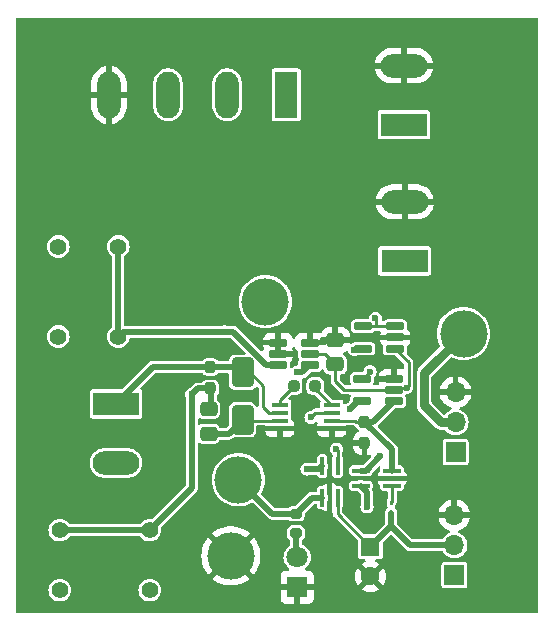
<source format=gbr>
%TF.GenerationSoftware,KiCad,Pcbnew,8.0.1*%
%TF.CreationDate,2024-05-06T17:41:32-07:00*%
%TF.ProjectId,knockControlBoard,6b6e6f63-6b43-46f6-9e74-726f6c426f61,rev?*%
%TF.SameCoordinates,Original*%
%TF.FileFunction,Copper,L1,Top*%
%TF.FilePolarity,Positive*%
%FSLAX46Y46*%
G04 Gerber Fmt 4.6, Leading zero omitted, Abs format (unit mm)*
G04 Created by KiCad (PCBNEW 8.0.1) date 2024-05-06 17:41:32*
%MOMM*%
%LPD*%
G01*
G04 APERTURE LIST*
G04 Aperture macros list*
%AMRoundRect*
0 Rectangle with rounded corners*
0 $1 Rounding radius*
0 $2 $3 $4 $5 $6 $7 $8 $9 X,Y pos of 4 corners*
0 Add a 4 corners polygon primitive as box body*
4,1,4,$2,$3,$4,$5,$6,$7,$8,$9,$2,$3,0*
0 Add four circle primitives for the rounded corners*
1,1,$1+$1,$2,$3*
1,1,$1+$1,$4,$5*
1,1,$1+$1,$6,$7*
1,1,$1+$1,$8,$9*
0 Add four rect primitives between the rounded corners*
20,1,$1+$1,$2,$3,$4,$5,0*
20,1,$1+$1,$4,$5,$6,$7,0*
20,1,$1+$1,$6,$7,$8,$9,0*
20,1,$1+$1,$8,$9,$2,$3,0*%
G04 Aperture macros list end*
%TA.AperFunction,SMDPad,CuDef*%
%ADD10RoundRect,0.250000X-0.475000X0.337500X-0.475000X-0.337500X0.475000X-0.337500X0.475000X0.337500X0*%
%TD*%
%TA.AperFunction,ComponentPad*%
%ADD11R,1.980000X3.960000*%
%TD*%
%TA.AperFunction,ComponentPad*%
%ADD12O,1.980000X3.960000*%
%TD*%
%TA.AperFunction,ComponentPad*%
%ADD13C,1.397000*%
%TD*%
%TA.AperFunction,ComponentPad*%
%ADD14R,1.700000X1.700000*%
%TD*%
%TA.AperFunction,ComponentPad*%
%ADD15O,1.700000X1.700000*%
%TD*%
%TA.AperFunction,ComponentPad*%
%ADD16R,3.960000X1.980000*%
%TD*%
%TA.AperFunction,ComponentPad*%
%ADD17O,3.960000X1.980000*%
%TD*%
%TA.AperFunction,ComponentPad*%
%ADD18R,1.800000X1.800000*%
%TD*%
%TA.AperFunction,ComponentPad*%
%ADD19C,1.800000*%
%TD*%
%TA.AperFunction,SMDPad,CuDef*%
%ADD20RoundRect,0.162500X0.617500X0.162500X-0.617500X0.162500X-0.617500X-0.162500X0.617500X-0.162500X0*%
%TD*%
%TA.AperFunction,SMDPad,CuDef*%
%ADD21RoundRect,0.100000X0.100000X-0.650000X0.100000X0.650000X-0.100000X0.650000X-0.100000X-0.650000X0*%
%TD*%
%TA.AperFunction,SMDPad,CuDef*%
%ADD22R,1.450000X0.450000*%
%TD*%
%TA.AperFunction,SMDPad,CuDef*%
%ADD23RoundRect,0.100000X0.650000X0.100000X-0.650000X0.100000X-0.650000X-0.100000X0.650000X-0.100000X0*%
%TD*%
%TA.AperFunction,ComponentPad*%
%ADD24C,4.000000*%
%TD*%
%TA.AperFunction,SMDPad,CuDef*%
%ADD25RoundRect,0.200000X0.275000X-0.200000X0.275000X0.200000X-0.275000X0.200000X-0.275000X-0.200000X0*%
%TD*%
%TA.AperFunction,SMDPad,CuDef*%
%ADD26RoundRect,0.237500X-0.237500X0.250000X-0.237500X-0.250000X0.237500X-0.250000X0.237500X0.250000X0*%
%TD*%
%TA.AperFunction,SMDPad,CuDef*%
%ADD27RoundRect,0.237500X-0.250000X-0.237500X0.250000X-0.237500X0.250000X0.237500X-0.250000X0.237500X0*%
%TD*%
%TA.AperFunction,SMDPad,CuDef*%
%ADD28RoundRect,0.237500X0.237500X-0.250000X0.237500X0.250000X-0.237500X0.250000X-0.237500X-0.250000X0*%
%TD*%
%TA.AperFunction,SMDPad,CuDef*%
%ADD29RoundRect,0.062500X-0.062500X0.117500X-0.062500X-0.117500X0.062500X-0.117500X0.062500X0.117500X0*%
%TD*%
%TA.AperFunction,SMDPad,CuDef*%
%ADD30RoundRect,0.250000X-0.650000X1.000000X-0.650000X-1.000000X0.650000X-1.000000X0.650000X1.000000X0*%
%TD*%
%TA.AperFunction,ComponentPad*%
%ADD31R,1.600000X1.600000*%
%TD*%
%TA.AperFunction,ComponentPad*%
%ADD32C,1.600000*%
%TD*%
%TA.AperFunction,ViaPad*%
%ADD33C,0.600000*%
%TD*%
%TA.AperFunction,Conductor*%
%ADD34C,0.500000*%
%TD*%
%TA.AperFunction,Conductor*%
%ADD35C,0.250000*%
%TD*%
%TA.AperFunction,Conductor*%
%ADD36C,0.750000*%
%TD*%
G04 APERTURE END LIST*
D10*
%TO.P,C4,2*%
%TO.N,Net-(D6-K)*%
X111300000Y-94847500D03*
%TO.P,C4,1*%
%TO.N,GND*%
X111300000Y-92772500D03*
%TD*%
%TO.P,C1,1*%
%TO.N,Net-(C1-Pad1)*%
X100570000Y-98632500D03*
%TO.P,C1,2*%
%TO.N,Net-(D1-A2)*%
X100570000Y-100707500D03*
%TD*%
D11*
%TO.P,J7,1,Pin_1*%
%TO.N,log_out*%
X107140000Y-72010000D03*
D12*
%TO.P,J7,2,Pin_2*%
%TO.N,log_sync*%
X102140000Y-72010000D03*
%TO.P,J7,3,Pin_3*%
%TO.N,retarder_out*%
X97140000Y-72010000D03*
%TO.P,J7,4,Pin_4*%
%TO.N,GND*%
X92140000Y-72010000D03*
%TD*%
D13*
%TO.P,SW2,1,1*%
%TO.N,+5V*%
X87850000Y-92480000D03*
X87850000Y-84860000D03*
%TO.P,SW2,2,2*%
%TO.N,Net-(U2-IN)*%
X92930000Y-92480000D03*
X92930000Y-84860000D03*
%TD*%
%TO.P,SW1,1,1*%
%TO.N,+5V*%
X95590000Y-113960000D03*
X87970000Y-113960000D03*
%TO.P,SW1,2,2*%
%TO.N,Net-(C1-Pad1)*%
X95590000Y-108880000D03*
X87970000Y-108880000D03*
%TD*%
D14*
%TO.P,RV2,1,1*%
%TO.N,unconnected-(RV2-Pad1)*%
X121380000Y-112685000D03*
D15*
%TO.P,RV2,2,2*%
%TO.N,Net-(D2-K)*%
X121380000Y-110145000D03*
%TO.P,RV2,3,3*%
%TO.N,GND*%
X121380000Y-107605000D03*
%TD*%
D14*
%TO.P,RV1,1,1*%
%TO.N,+5V*%
X121480000Y-102270000D03*
D15*
%TO.P,RV1,2,2*%
%TO.N,Net-(U1-IN-)*%
X121480000Y-99730000D03*
%TO.P,RV1,3,3*%
%TO.N,GND*%
X121480000Y-97190000D03*
%TD*%
D16*
%TO.P,J5,1,Pin_1*%
%TO.N,+5V*%
X117110000Y-74545000D03*
D17*
%TO.P,J5,2,Pin_2*%
%TO.N,GND*%
X117110000Y-69545000D03*
%TD*%
D16*
%TO.P,J4,1,Pin_1*%
%TO.N,+12V*%
X117170000Y-86080000D03*
D17*
%TO.P,J4,2,Pin_2*%
%TO.N,GND*%
X117170000Y-81080000D03*
%TD*%
D16*
%TO.P,J1,1,Pin_1*%
%TO.N,Net-(D1-A1)*%
X92740000Y-98190000D03*
D17*
%TO.P,J1,2,Pin_2*%
%TO.N,Net-(J1-Pin_2)*%
X92740000Y-103190000D03*
%TD*%
D18*
%TO.P,D3,1,K*%
%TO.N,GND*%
X108070000Y-113697621D03*
D19*
%TO.P,D3,2,A*%
%TO.N,Net-(D3-A)*%
X108070000Y-111157621D03*
%TD*%
D20*
%TO.P,U7,1,IN+*%
%TO.N,Net-(D6-K)*%
X116370000Y-93510000D03*
%TO.P,U7,2,V-*%
%TO.N,GND*%
X116370000Y-92560000D03*
%TO.P,U7,3,IN-*%
%TO.N,Net-(U7-IN-)*%
X116370000Y-91610000D03*
%TO.P,U7,4,OUT*%
X113670000Y-91610000D03*
%TO.P,U7,5,V+*%
%TO.N,+12V*%
X113670000Y-93510000D03*
%TD*%
D21*
%TO.P,U6,1,OUT*%
%TO.N,retarder_out*%
X110187500Y-106117621D03*
%TO.P,U6,2,VSS*%
%TO.N,GND*%
X110837500Y-106117621D03*
%TO.P,U6,3,IN+*%
%TO.N,Net-(D2-K)*%
X111487500Y-106117621D03*
%TO.P,U6,4,IN-*%
%TO.N,Net-(U6-IN-)*%
X111487500Y-103457621D03*
%TO.P,U6,5,VDD*%
%TO.N,+5V*%
X110187500Y-103457621D03*
%TD*%
D20*
%TO.P,U4,1,IN+*%
%TO.N,Net-(U1-IN+)*%
X116267500Y-97950000D03*
%TO.P,U4,2,V-*%
%TO.N,Net-(D6-K)*%
X116267500Y-97000000D03*
%TO.P,U4,3,IN-*%
%TO.N,GND*%
X116267500Y-96050000D03*
%TO.P,U4,4,OUT*%
%TO.N,Net-(D6-A)*%
X113567500Y-96050000D03*
%TO.P,U4,5,V+*%
%TO.N,+12V*%
X113567500Y-97950000D03*
%TD*%
D22*
%TO.P,U3,8,Rg*%
%TO.N,Net-(R3-Pad2)*%
X111010000Y-98297500D03*
%TO.P,U3,7,V+*%
%TO.N,+5V*%
X111010000Y-98947500D03*
%TO.P,U3,6*%
%TO.N,Net-(U1-IN+)*%
X111010000Y-99597500D03*
%TO.P,U3,5,Ref*%
%TO.N,GND*%
X111010000Y-100247500D03*
%TO.P,U3,4,V-*%
X106610000Y-100247500D03*
%TO.P,U3,3,+*%
%TO.N,Net-(D1-A2)*%
X106610000Y-99597500D03*
%TO.P,U3,2,-*%
%TO.N,Net-(D1-A1)*%
X106610000Y-98947500D03*
%TO.P,U3,1,Rg*%
%TO.N,Net-(R3-Pad1)*%
X106610000Y-98297500D03*
%TD*%
D20*
%TO.P,U2,1,VDD*%
%TO.N,+5V*%
X109150000Y-94890000D03*
%TO.P,U2,2,S*%
%TO.N,Net-(D6-K)*%
X109150000Y-93940000D03*
%TO.P,U2,3,VSS*%
%TO.N,GND*%
X109150000Y-92990000D03*
%TO.P,U2,4,GND*%
X106450000Y-92990000D03*
%TO.P,U2,5,D*%
X106450000Y-93940000D03*
%TO.P,U2,6,IN*%
%TO.N,Net-(U2-IN)*%
X106450000Y-94890000D03*
%TD*%
D23*
%TO.P,U1,1,OUT*%
%TO.N,Net-(D2-A)*%
X116117500Y-105127621D03*
%TO.P,U1,2,VSS*%
%TO.N,GND*%
X116117500Y-104477621D03*
%TO.P,U1,3,IN+*%
%TO.N,Net-(U1-IN+)*%
X116117500Y-103827621D03*
%TO.P,U1,4,IN-*%
%TO.N,Net-(U1-IN-)*%
X113457500Y-103827621D03*
%TO.P,U1,5,VDD*%
%TO.N,+5V*%
X113457500Y-105127621D03*
%TD*%
D24*
%TO.P,TP4,1,1*%
%TO.N,retarder_out*%
X103100000Y-104610000D03*
%TD*%
%TO.P,TP3,1,1*%
%TO.N,log_out*%
X105380000Y-89530000D03*
%TD*%
%TO.P,TP2,1,1*%
%TO.N,Net-(U1-IN-)*%
X122160000Y-92240000D03*
%TD*%
%TO.P,TP1,1,1*%
%TO.N,GND*%
X102460000Y-111060000D03*
%TD*%
D25*
%TO.P,R11,1*%
%TO.N,Net-(D3-A)*%
X107975000Y-109127621D03*
%TO.P,R11,2*%
%TO.N,retarder_out*%
X107975000Y-107477621D03*
%TD*%
D26*
%TO.P,R10,1*%
%TO.N,Net-(U1-IN+)*%
X113770000Y-99697500D03*
%TO.P,R10,2*%
%TO.N,GND*%
X113770000Y-101522500D03*
%TD*%
D27*
%TO.P,R3,1*%
%TO.N,Net-(R3-Pad1)*%
X107775000Y-96667500D03*
%TO.P,R3,2*%
%TO.N,Net-(R3-Pad2)*%
X109600000Y-96667500D03*
%TD*%
D28*
%TO.P,R2,1*%
%TO.N,Net-(C1-Pad1)*%
X100710000Y-96880000D03*
%TO.P,R2,2*%
%TO.N,Net-(D1-A1)*%
X100710000Y-95055000D03*
%TD*%
D29*
%TO.P,D2,1,K*%
%TO.N,Net-(D2-K)*%
X116027500Y-107397621D03*
%TO.P,D2,2,A*%
%TO.N,Net-(D2-A)*%
X116027500Y-106557621D03*
%TD*%
D30*
%TO.P,D1,2,A2*%
%TO.N,Net-(D1-A2)*%
X103450000Y-99520000D03*
%TO.P,D1,1,A1*%
%TO.N,Net-(D1-A1)*%
X103450000Y-95520000D03*
%TD*%
D31*
%TO.P,C10,1*%
%TO.N,Net-(D2-K)*%
X114270000Y-110287621D03*
D32*
%TO.P,C10,2*%
%TO.N,GND*%
X114270000Y-112787621D03*
%TD*%
D33*
%TO.N,+12V*%
X112910000Y-93585000D03*
X112540000Y-98620000D03*
%TO.N,+5V*%
X108030000Y-95520000D03*
X109235000Y-99335000D03*
X113980000Y-106910000D03*
X108900000Y-103710000D03*
%TO.N,Net-(U1-IN-)*%
X115090000Y-102620000D03*
%TO.N,Net-(U6-IN-)*%
X111390000Y-102000000D03*
%TO.N,Net-(U7-IN-)*%
X114700000Y-90950000D03*
%TO.N,Net-(D6-K)*%
X117350000Y-96820000D03*
%TO.N,Net-(D6-A)*%
X114250000Y-95460000D03*
%TO.N,Net-(C1-Pad1)*%
X99150000Y-97370000D03*
%TO.N,Net-(U2-IN)*%
X101900000Y-92082500D03*
%TD*%
D34*
%TO.N,+12V*%
X112985000Y-93510000D02*
X112910000Y-93585000D01*
X113670000Y-93510000D02*
X112985000Y-93510000D01*
D35*
%TO.N,Net-(D2-K)*%
X111487500Y-107505121D02*
X114270000Y-110287621D01*
X111487500Y-106117621D02*
X111487500Y-107505121D01*
D34*
%TO.N,Net-(D1-A2)*%
X102262500Y-100707500D02*
X103450000Y-99520000D01*
X100570000Y-100707500D02*
X102262500Y-100707500D01*
D35*
%TO.N,Net-(D6-K)*%
X111300000Y-94847500D02*
X110392500Y-93940000D01*
X112030000Y-97000000D02*
X111300000Y-96270000D01*
X110392500Y-93940000D02*
X109150000Y-93940000D01*
X116267500Y-97000000D02*
X112030000Y-97000000D01*
X111300000Y-96270000D02*
X111300000Y-94847500D01*
D34*
%TO.N,+12V*%
X113210000Y-97950000D02*
X112540000Y-98620000D01*
X113567500Y-97950000D02*
X113210000Y-97950000D01*
%TO.N,Net-(U2-IN)*%
X92930000Y-84860000D02*
X92930000Y-92480000D01*
X93327500Y-92082500D02*
X92930000Y-92480000D01*
X101900000Y-92082500D02*
X93327500Y-92082500D01*
X105466878Y-94890000D02*
X106450000Y-94890000D01*
X102659378Y-92082500D02*
X105466878Y-94890000D01*
X101900000Y-92082500D02*
X102659378Y-92082500D01*
%TO.N,+5V*%
X108520000Y-95520000D02*
X109150000Y-94890000D01*
X108030000Y-95520000D02*
X108520000Y-95520000D01*
D35*
X109235000Y-99335000D02*
X109622500Y-98947500D01*
X109622500Y-98947500D02*
X111010000Y-98947500D01*
D34*
X113980000Y-106910000D02*
X113980000Y-105650121D01*
X113980000Y-105650121D02*
X113457500Y-105127621D01*
X109935121Y-103710000D02*
X110187500Y-103457621D01*
X108900000Y-103710000D02*
X109935121Y-103710000D01*
%TO.N,Net-(U1-IN-)*%
X113882379Y-103827621D02*
X115090000Y-102620000D01*
X113457500Y-103827621D02*
X113882379Y-103827621D01*
D36*
X118820000Y-95580000D02*
X122160000Y-92240000D01*
X120230000Y-99730000D02*
X118820000Y-98320000D01*
X121480000Y-99730000D02*
X120230000Y-99730000D01*
X118820000Y-98320000D02*
X118820000Y-95580000D01*
D35*
%TO.N,Net-(U6-IN-)*%
X111487500Y-102097500D02*
X111390000Y-102000000D01*
X111487500Y-103457621D02*
X111487500Y-102097500D01*
%TO.N,Net-(U1-IN+)*%
X113077500Y-99697500D02*
X113770000Y-99697500D01*
X112977500Y-99597500D02*
X113077500Y-99697500D01*
X111010000Y-99597500D02*
X112977500Y-99597500D01*
D34*
X113770000Y-99697500D02*
X114520000Y-99697500D01*
X114520000Y-99697500D02*
X116267500Y-97950000D01*
X116117500Y-102045000D02*
X113770000Y-99697500D01*
X116117500Y-103827621D02*
X116117500Y-102045000D01*
D35*
%TO.N,Net-(D2-A)*%
X116117500Y-106467621D02*
X116027500Y-106557621D01*
X116117500Y-105127621D02*
X116117500Y-106467621D01*
D34*
%TO.N,Net-(D2-K)*%
X117642379Y-110145000D02*
X116027500Y-108530121D01*
X121380000Y-110145000D02*
X117642379Y-110145000D01*
X116027500Y-108530121D02*
X114270000Y-110287621D01*
X116027500Y-107397621D02*
X116027500Y-108530121D01*
%TO.N,Net-(D3-A)*%
X107975000Y-111062621D02*
X108070000Y-111157621D01*
X107975000Y-109127621D02*
X107975000Y-111062621D01*
%TO.N,retarder_out*%
X105967621Y-107477621D02*
X103100000Y-104610000D01*
X107975000Y-107477621D02*
X105967621Y-107477621D01*
X110187500Y-106117621D02*
X109335000Y-106117621D01*
X109335000Y-106117621D02*
X107975000Y-107477621D01*
%TO.N,Net-(C1-Pad1)*%
X95590000Y-108880000D02*
X87970000Y-108880000D01*
X99150000Y-105320000D02*
X95590000Y-108880000D01*
X99150000Y-97370000D02*
X99150000Y-105320000D01*
D35*
%TO.N,Net-(U7-IN-)*%
X114710000Y-90960000D02*
X114700000Y-90950000D01*
X114710000Y-91610000D02*
X113670000Y-91610000D01*
X114710000Y-91610000D02*
X114710000Y-90960000D01*
X116370000Y-91610000D02*
X114710000Y-91610000D01*
%TO.N,Net-(D6-K)*%
X117530000Y-94670000D02*
X116370000Y-93510000D01*
X117530000Y-96640000D02*
X117530000Y-94670000D01*
X117350000Y-96820000D02*
X117530000Y-96640000D01*
X116447500Y-96820000D02*
X116267500Y-97000000D01*
X117350000Y-96820000D02*
X116447500Y-96820000D01*
%TO.N,Net-(D6-A)*%
X113660000Y-96050000D02*
X114250000Y-95460000D01*
X113567500Y-96050000D02*
X113660000Y-96050000D01*
%TO.N,Net-(R3-Pad2)*%
X109600000Y-96887500D02*
X111010000Y-98297500D01*
X109600000Y-96667500D02*
X109600000Y-96887500D01*
%TO.N,Net-(R3-Pad1)*%
X106610000Y-97832500D02*
X107775000Y-96667500D01*
X106610000Y-98297500D02*
X106610000Y-97832500D01*
%TO.N,Net-(D1-A1)*%
X105190000Y-96660000D02*
X104050000Y-95520000D01*
X104050000Y-95520000D02*
X103450000Y-95520000D01*
X105660000Y-98947500D02*
X105190000Y-98477500D01*
X105190000Y-98477500D02*
X105190000Y-96660000D01*
X106610000Y-98947500D02*
X105660000Y-98947500D01*
%TO.N,Net-(D1-A2)*%
X103527500Y-99597500D02*
X103450000Y-99520000D01*
X106610000Y-99597500D02*
X103527500Y-99597500D01*
D34*
%TO.N,Net-(C1-Pad1)*%
X100770000Y-98565000D02*
X100770000Y-96940000D01*
X100770000Y-96940000D02*
X100710000Y-96880000D01*
X99640000Y-96880000D02*
X99150000Y-97370000D01*
X100710000Y-96880000D02*
X99640000Y-96880000D01*
%TO.N,Net-(D1-A1)*%
X95875000Y-95055000D02*
X100710000Y-95055000D01*
X92740000Y-98190000D02*
X95875000Y-95055000D01*
X103450000Y-95520000D02*
X102985000Y-95055000D01*
X102985000Y-95055000D02*
X100710000Y-95055000D01*
%TD*%
%TA.AperFunction,Conductor*%
%TO.N,GND*%
G36*
X128442539Y-65490185D02*
G01*
X128488294Y-65542989D01*
X128499500Y-65594500D01*
X128499500Y-115765500D01*
X128479815Y-115832539D01*
X128427011Y-115878294D01*
X128375500Y-115889500D01*
X84404500Y-115889500D01*
X84337461Y-115869815D01*
X84291706Y-115817011D01*
X84280500Y-115765500D01*
X84280500Y-113960000D01*
X87016408Y-113960000D01*
X87034730Y-114146033D01*
X87088998Y-114324930D01*
X87177113Y-114489781D01*
X87177117Y-114489788D01*
X87295708Y-114634291D01*
X87440211Y-114752882D01*
X87440218Y-114752886D01*
X87605069Y-114841001D01*
X87605072Y-114841001D01*
X87605076Y-114841004D01*
X87783963Y-114895269D01*
X87970000Y-114913592D01*
X88156037Y-114895269D01*
X88334924Y-114841004D01*
X88337338Y-114839714D01*
X88499781Y-114752886D01*
X88499787Y-114752883D01*
X88644291Y-114634291D01*
X88762883Y-114489787D01*
X88851004Y-114324924D01*
X88905269Y-114146037D01*
X88923592Y-113960000D01*
X94636408Y-113960000D01*
X94654730Y-114146033D01*
X94708998Y-114324930D01*
X94797113Y-114489781D01*
X94797117Y-114489788D01*
X94915708Y-114634291D01*
X95060211Y-114752882D01*
X95060218Y-114752886D01*
X95225069Y-114841001D01*
X95225072Y-114841001D01*
X95225076Y-114841004D01*
X95403963Y-114895269D01*
X95590000Y-114913592D01*
X95776037Y-114895269D01*
X95954924Y-114841004D01*
X95957338Y-114839714D01*
X96119781Y-114752886D01*
X96119787Y-114752883D01*
X96250676Y-114645465D01*
X106670000Y-114645465D01*
X106676401Y-114704993D01*
X106676403Y-114705000D01*
X106726645Y-114839707D01*
X106726649Y-114839714D01*
X106812809Y-114954808D01*
X106812812Y-114954811D01*
X106927906Y-115040971D01*
X106927913Y-115040975D01*
X107062620Y-115091217D01*
X107062627Y-115091219D01*
X107122155Y-115097620D01*
X107122172Y-115097621D01*
X107820000Y-115097621D01*
X107820000Y-114072898D01*
X107896306Y-114116954D01*
X108010756Y-114147621D01*
X108129244Y-114147621D01*
X108243694Y-114116954D01*
X108320000Y-114072898D01*
X108320000Y-115097621D01*
X109017828Y-115097621D01*
X109017844Y-115097620D01*
X109077372Y-115091219D01*
X109077379Y-115091217D01*
X109212086Y-115040975D01*
X109212093Y-115040971D01*
X109327187Y-114954811D01*
X109327190Y-114954808D01*
X109413350Y-114839714D01*
X109413354Y-114839707D01*
X109463596Y-114705000D01*
X109463598Y-114704993D01*
X109469999Y-114645465D01*
X109470000Y-114645448D01*
X109470000Y-113947621D01*
X108445278Y-113947621D01*
X108489333Y-113871315D01*
X108520000Y-113756865D01*
X108520000Y-113638377D01*
X108489333Y-113523927D01*
X108445278Y-113447621D01*
X109470000Y-113447621D01*
X109470000Y-112749793D01*
X109469999Y-112749776D01*
X109463598Y-112690248D01*
X109463596Y-112690241D01*
X109413354Y-112555534D01*
X109413350Y-112555527D01*
X109327190Y-112440433D01*
X109327187Y-112440430D01*
X109212093Y-112354270D01*
X109212086Y-112354266D01*
X109077379Y-112304024D01*
X109077372Y-112304022D01*
X109017844Y-112297621D01*
X108847305Y-112297621D01*
X108780266Y-112277936D01*
X108734511Y-112225132D01*
X108724567Y-112155974D01*
X108753592Y-112092418D01*
X108763767Y-112081984D01*
X108923870Y-111936030D01*
X108970472Y-111874320D01*
X109052366Y-111765876D01*
X109106338Y-111657485D01*
X109147403Y-111575015D01*
X109147403Y-111575014D01*
X109147405Y-111575010D01*
X109205756Y-111369931D01*
X109225429Y-111157621D01*
X109205756Y-110945311D01*
X109147405Y-110740232D01*
X109147403Y-110740227D01*
X109147403Y-110740226D01*
X109052367Y-110549367D01*
X108923872Y-110379214D01*
X108889722Y-110348082D01*
X108766302Y-110235569D01*
X108665499Y-110173154D01*
X108585020Y-110123323D01*
X108585015Y-110123321D01*
X108554704Y-110111578D01*
X108499303Y-110069004D01*
X108475714Y-110003237D01*
X108475500Y-109995952D01*
X108475500Y-109783699D01*
X108495185Y-109716660D01*
X108525864Y-109683931D01*
X108572150Y-109649771D01*
X108652793Y-109540503D01*
X108692917Y-109425835D01*
X108697646Y-109412322D01*
X108697646Y-109412320D01*
X108700500Y-109381890D01*
X108700500Y-108873351D01*
X108697646Y-108842921D01*
X108697646Y-108842919D01*
X108652793Y-108714740D01*
X108652792Y-108714738D01*
X108637462Y-108693966D01*
X108572150Y-108605471D01*
X108462882Y-108524828D01*
X108462880Y-108524827D01*
X108334700Y-108479974D01*
X108304270Y-108477121D01*
X108304266Y-108477121D01*
X107645734Y-108477121D01*
X107645730Y-108477121D01*
X107615300Y-108479974D01*
X107615298Y-108479974D01*
X107487119Y-108524827D01*
X107487117Y-108524828D01*
X107377850Y-108605471D01*
X107297207Y-108714738D01*
X107297206Y-108714740D01*
X107252353Y-108842919D01*
X107252353Y-108842921D01*
X107249500Y-108873351D01*
X107249500Y-109381890D01*
X107252353Y-109412320D01*
X107252353Y-109412322D01*
X107297206Y-109540501D01*
X107297207Y-109540503D01*
X107377850Y-109649771D01*
X107424134Y-109683930D01*
X107466384Y-109739575D01*
X107474500Y-109783699D01*
X107474500Y-110104087D01*
X107454815Y-110171126D01*
X107415778Y-110209514D01*
X107373699Y-110235568D01*
X107216127Y-110379214D01*
X107087632Y-110549367D01*
X106992596Y-110740226D01*
X106992596Y-110740228D01*
X106934244Y-110945310D01*
X106916728Y-111134348D01*
X106914571Y-111157621D01*
X106934244Y-111369931D01*
X106983579Y-111543324D01*
X106992596Y-111575013D01*
X106992596Y-111575015D01*
X107087632Y-111765874D01*
X107216129Y-111936030D01*
X107376233Y-112081984D01*
X107412515Y-112141695D01*
X107410754Y-112211543D01*
X107371510Y-112269350D01*
X107307244Y-112296765D01*
X107292695Y-112297621D01*
X107122155Y-112297621D01*
X107062627Y-112304022D01*
X107062620Y-112304024D01*
X106927913Y-112354266D01*
X106927906Y-112354270D01*
X106812812Y-112440430D01*
X106812809Y-112440433D01*
X106726649Y-112555527D01*
X106726645Y-112555534D01*
X106676403Y-112690241D01*
X106676401Y-112690248D01*
X106670000Y-112749776D01*
X106670000Y-113447621D01*
X107694722Y-113447621D01*
X107650667Y-113523927D01*
X107620000Y-113638377D01*
X107620000Y-113756865D01*
X107650667Y-113871315D01*
X107694722Y-113947621D01*
X106670000Y-113947621D01*
X106670000Y-114645465D01*
X96250676Y-114645465D01*
X96264291Y-114634291D01*
X96382883Y-114489787D01*
X96471004Y-114324924D01*
X96525269Y-114146037D01*
X96543592Y-113960000D01*
X96525269Y-113773963D01*
X96471004Y-113595076D01*
X96471001Y-113595072D01*
X96471001Y-113595069D01*
X96382886Y-113430218D01*
X96382882Y-113430211D01*
X96264291Y-113285708D01*
X96119788Y-113167117D01*
X96119781Y-113167113D01*
X95954930Y-113078998D01*
X95954924Y-113078996D01*
X95776037Y-113024731D01*
X95776035Y-113024730D01*
X95776033Y-113024730D01*
X95590000Y-113006408D01*
X95403966Y-113024730D01*
X95225069Y-113078998D01*
X95060218Y-113167113D01*
X95060211Y-113167117D01*
X94915708Y-113285708D01*
X94797117Y-113430211D01*
X94797113Y-113430218D01*
X94708998Y-113595069D01*
X94654730Y-113773966D01*
X94636408Y-113960000D01*
X88923592Y-113960000D01*
X88905269Y-113773963D01*
X88851004Y-113595076D01*
X88851001Y-113595072D01*
X88851001Y-113595069D01*
X88762886Y-113430218D01*
X88762882Y-113430211D01*
X88644291Y-113285708D01*
X88499788Y-113167117D01*
X88499781Y-113167113D01*
X88334930Y-113078998D01*
X88334924Y-113078996D01*
X88156037Y-113024731D01*
X88156035Y-113024730D01*
X88156033Y-113024730D01*
X87970000Y-113006408D01*
X87783966Y-113024730D01*
X87605069Y-113078998D01*
X87440218Y-113167113D01*
X87440211Y-113167117D01*
X87295708Y-113285708D01*
X87177117Y-113430211D01*
X87177113Y-113430218D01*
X87088998Y-113595069D01*
X87034730Y-113773966D01*
X87016408Y-113960000D01*
X84280500Y-113960000D01*
X84280500Y-111060005D01*
X99955057Y-111060005D01*
X99974807Y-111373942D01*
X99974808Y-111373949D01*
X100033755Y-111682958D01*
X100130963Y-111982132D01*
X100130965Y-111982137D01*
X100264900Y-112266761D01*
X100264903Y-112266767D01*
X100433457Y-112532367D01*
X100433460Y-112532371D01*
X100524286Y-112642160D01*
X101416320Y-111750125D01*
X101506554Y-111874320D01*
X101645680Y-112013446D01*
X101769873Y-112103678D01*
X100874971Y-112998579D01*
X100874972Y-112998581D01*
X101117772Y-113174985D01*
X101117790Y-113174996D01*
X101393447Y-113326540D01*
X101393455Y-113326544D01*
X101685926Y-113442340D01*
X101990620Y-113520573D01*
X101990629Y-113520575D01*
X102302701Y-113559999D01*
X102302715Y-113560000D01*
X102617285Y-113560000D01*
X102617298Y-113559999D01*
X102929370Y-113520575D01*
X102929379Y-113520573D01*
X103234073Y-113442340D01*
X103526544Y-113326544D01*
X103526552Y-113326540D01*
X103802209Y-113174996D01*
X103802219Y-113174990D01*
X104045026Y-112998579D01*
X104045027Y-112998579D01*
X103150126Y-112103678D01*
X103274320Y-112013446D01*
X103413446Y-111874320D01*
X103503678Y-111750126D01*
X104395712Y-112642160D01*
X104486544Y-112532364D01*
X104655096Y-112266767D01*
X104655099Y-112266761D01*
X104789034Y-111982137D01*
X104789036Y-111982132D01*
X104886244Y-111682958D01*
X104945191Y-111373949D01*
X104945192Y-111373942D01*
X104964943Y-111060005D01*
X104964943Y-111059994D01*
X104945192Y-110746057D01*
X104945191Y-110746050D01*
X104886244Y-110437041D01*
X104789036Y-110137867D01*
X104789034Y-110137862D01*
X104655099Y-109853238D01*
X104655096Y-109853232D01*
X104486542Y-109587632D01*
X104486539Y-109587628D01*
X104395712Y-109477838D01*
X103503678Y-110369872D01*
X103413446Y-110245680D01*
X103274320Y-110106554D01*
X103150126Y-110016320D01*
X104045027Y-109121419D01*
X104045026Y-109121417D01*
X103802227Y-108945014D01*
X103802209Y-108945003D01*
X103526552Y-108793459D01*
X103526544Y-108793455D01*
X103234073Y-108677659D01*
X102929379Y-108599426D01*
X102929370Y-108599424D01*
X102617298Y-108560000D01*
X102302701Y-108560000D01*
X101990629Y-108599424D01*
X101990620Y-108599426D01*
X101685926Y-108677659D01*
X101393455Y-108793455D01*
X101393447Y-108793459D01*
X101117787Y-108945004D01*
X101117782Y-108945007D01*
X100874972Y-109121418D01*
X100874971Y-109121419D01*
X101769873Y-110016321D01*
X101645680Y-110106554D01*
X101506554Y-110245680D01*
X101416321Y-110369873D01*
X100524286Y-109477838D01*
X100524285Y-109477838D01*
X100433459Y-109587629D01*
X100433457Y-109587632D01*
X100264903Y-109853232D01*
X100264900Y-109853238D01*
X100130965Y-110137862D01*
X100130963Y-110137867D01*
X100033755Y-110437041D01*
X99974808Y-110746050D01*
X99974807Y-110746057D01*
X99955057Y-111059994D01*
X99955057Y-111060005D01*
X84280500Y-111060005D01*
X84280500Y-108880000D01*
X87016408Y-108880000D01*
X87034730Y-109066033D01*
X87034730Y-109066035D01*
X87034731Y-109066037D01*
X87075612Y-109200802D01*
X87088998Y-109244930D01*
X87177113Y-109409781D01*
X87177117Y-109409788D01*
X87295708Y-109554291D01*
X87440211Y-109672882D01*
X87440218Y-109672886D01*
X87605069Y-109761001D01*
X87605072Y-109761001D01*
X87605076Y-109761004D01*
X87783963Y-109815269D01*
X87970000Y-109833592D01*
X88156037Y-109815269D01*
X88334924Y-109761004D01*
X88363463Y-109745750D01*
X88499781Y-109672886D01*
X88499787Y-109672883D01*
X88644291Y-109554291D01*
X88749713Y-109425835D01*
X88807459Y-109386501D01*
X88845566Y-109380500D01*
X94714434Y-109380500D01*
X94781473Y-109400185D01*
X94810287Y-109425835D01*
X94915708Y-109554291D01*
X95060211Y-109672882D01*
X95060218Y-109672886D01*
X95225069Y-109761001D01*
X95225072Y-109761001D01*
X95225076Y-109761004D01*
X95403963Y-109815269D01*
X95590000Y-109833592D01*
X95776037Y-109815269D01*
X95954924Y-109761004D01*
X95983463Y-109745750D01*
X96119781Y-109672886D01*
X96119787Y-109672883D01*
X96264291Y-109554291D01*
X96382883Y-109409787D01*
X96471004Y-109244924D01*
X96525269Y-109066037D01*
X96543592Y-108880000D01*
X96527303Y-108714620D01*
X96540322Y-108645976D01*
X96563022Y-108614790D01*
X99447104Y-105730707D01*
X99447109Y-105730704D01*
X99457312Y-105720500D01*
X99457314Y-105720500D01*
X99550500Y-105627314D01*
X99616392Y-105513186D01*
X99650500Y-105385892D01*
X99650500Y-104610007D01*
X100844671Y-104610007D01*
X100863964Y-104904363D01*
X100863965Y-104904373D01*
X100863966Y-104904380D01*
X100863968Y-104904390D01*
X100921518Y-105193716D01*
X100921521Y-105193730D01*
X101016349Y-105473080D01*
X101146825Y-105737660D01*
X101146829Y-105737667D01*
X101310725Y-105982955D01*
X101505241Y-106204758D01*
X101727044Y-106399274D01*
X101972332Y-106563170D01*
X101972339Y-106563174D01*
X102020923Y-106587133D01*
X102236923Y-106693652D01*
X102516278Y-106788481D01*
X102805620Y-106846034D01*
X102833888Y-106847886D01*
X103099993Y-106865329D01*
X103100000Y-106865329D01*
X103100007Y-106865329D01*
X103335675Y-106849881D01*
X103394380Y-106846034D01*
X103683722Y-106788481D01*
X103963077Y-106693652D01*
X104179077Y-106587133D01*
X104226794Y-106563602D01*
X104295626Y-106551606D01*
X104360017Y-106578727D01*
X104369319Y-106587133D01*
X105567121Y-107784935D01*
X105660307Y-107878121D01*
X105774435Y-107944013D01*
X105901729Y-107978121D01*
X107307712Y-107978121D01*
X107374751Y-107997806D01*
X107381345Y-108002351D01*
X107487113Y-108080411D01*
X107487115Y-108080412D01*
X107487118Y-108080414D01*
X107529845Y-108095365D01*
X107615299Y-108125267D01*
X107645730Y-108128121D01*
X107645734Y-108128121D01*
X108304270Y-108128121D01*
X108334699Y-108125267D01*
X108334701Y-108125267D01*
X108398790Y-108102840D01*
X108462882Y-108080414D01*
X108572150Y-107999771D01*
X108652793Y-107890503D01*
X108689733Y-107784935D01*
X108697646Y-107762322D01*
X108697646Y-107762320D01*
X108700500Y-107731890D01*
X108700500Y-107511297D01*
X108720185Y-107444258D01*
X108736819Y-107423616D01*
X109505995Y-106654440D01*
X109567318Y-106620955D01*
X109593676Y-106618121D01*
X109613000Y-106618121D01*
X109680039Y-106637806D01*
X109725794Y-106690610D01*
X109737000Y-106742121D01*
X109737000Y-106800881D01*
X109746926Y-106869012D01*
X109746927Y-106869014D01*
X109784997Y-106946889D01*
X109798303Y-106974106D01*
X109881014Y-107056817D01*
X109881015Y-107056817D01*
X109881017Y-107056819D01*
X109986107Y-107108194D01*
X110020173Y-107113157D01*
X110054239Y-107118121D01*
X110189015Y-107118121D01*
X110256054Y-107137806D01*
X110287391Y-107166634D01*
X110309575Y-107195545D01*
X110434914Y-107291721D01*
X110580866Y-107352176D01*
X110580872Y-107352178D01*
X110637498Y-107359632D01*
X110637500Y-107359631D01*
X110637500Y-106812266D01*
X110637825Y-106803300D01*
X110638000Y-106800886D01*
X111037000Y-106800886D01*
X111037175Y-106803300D01*
X111037500Y-106812266D01*
X111037500Y-107359631D01*
X111069759Y-107387922D01*
X111107183Y-107446924D01*
X111112000Y-107481150D01*
X111112000Y-107554556D01*
X111137590Y-107650059D01*
X111184835Y-107731890D01*
X111187026Y-107735684D01*
X113183181Y-109731839D01*
X113216666Y-109793162D01*
X113219500Y-109819520D01*
X113219500Y-111112299D01*
X113234032Y-111185356D01*
X113234033Y-111185360D01*
X113234034Y-111185361D01*
X113289399Y-111268222D01*
X113372260Y-111323587D01*
X113372264Y-111323588D01*
X113445321Y-111338120D01*
X113445324Y-111338121D01*
X113743072Y-111338121D01*
X113810111Y-111357806D01*
X113855866Y-111410610D01*
X113865810Y-111479768D01*
X113836785Y-111543324D01*
X113795477Y-111574503D01*
X113617516Y-111657487D01*
X113617512Y-111657489D01*
X113544526Y-111708594D01*
X113544526Y-111708595D01*
X114223553Y-112387621D01*
X114217339Y-112387621D01*
X114115606Y-112414880D01*
X114024394Y-112467541D01*
X113949920Y-112542015D01*
X113897259Y-112633227D01*
X113870000Y-112734960D01*
X113870000Y-112741173D01*
X113190974Y-112062147D01*
X113190973Y-112062147D01*
X113139868Y-112135133D01*
X113139866Y-112135137D01*
X113043734Y-112341294D01*
X113043730Y-112341303D01*
X112984860Y-112561010D01*
X112984858Y-112561021D01*
X112965034Y-112787618D01*
X112965034Y-112787623D01*
X112984858Y-113014220D01*
X112984860Y-113014231D01*
X113043730Y-113233938D01*
X113043735Y-113233952D01*
X113139863Y-113440099D01*
X113190974Y-113513093D01*
X113870000Y-112834067D01*
X113870000Y-112840282D01*
X113897259Y-112942015D01*
X113949920Y-113033227D01*
X114024394Y-113107701D01*
X114115606Y-113160362D01*
X114217339Y-113187621D01*
X114223553Y-113187621D01*
X113544526Y-113866646D01*
X113617513Y-113917753D01*
X113617521Y-113917757D01*
X113823668Y-114013885D01*
X113823682Y-114013890D01*
X114043389Y-114072760D01*
X114043400Y-114072762D01*
X114269998Y-114092587D01*
X114270002Y-114092587D01*
X114496599Y-114072762D01*
X114496610Y-114072760D01*
X114716317Y-114013890D01*
X114716331Y-114013885D01*
X114922478Y-113917757D01*
X114995471Y-113866645D01*
X114688504Y-113559678D01*
X120279500Y-113559678D01*
X120294032Y-113632735D01*
X120294033Y-113632739D01*
X120294034Y-113632740D01*
X120349399Y-113715601D01*
X120411156Y-113756865D01*
X120432260Y-113770966D01*
X120432264Y-113770967D01*
X120505321Y-113785499D01*
X120505324Y-113785500D01*
X120505326Y-113785500D01*
X122254676Y-113785500D01*
X122254677Y-113785499D01*
X122327740Y-113770966D01*
X122410601Y-113715601D01*
X122465966Y-113632740D01*
X122480500Y-113559674D01*
X122480500Y-111810326D01*
X122480500Y-111810323D01*
X122480499Y-111810321D01*
X122465967Y-111737264D01*
X122465966Y-111737260D01*
X122429683Y-111682958D01*
X122410601Y-111654399D01*
X122327740Y-111599034D01*
X122327739Y-111599033D01*
X122327735Y-111599032D01*
X122254677Y-111584500D01*
X122254674Y-111584500D01*
X120505326Y-111584500D01*
X120505323Y-111584500D01*
X120432264Y-111599032D01*
X120432260Y-111599033D01*
X120349399Y-111654399D01*
X120294033Y-111737260D01*
X120294032Y-111737264D01*
X120279500Y-111810321D01*
X120279500Y-113559678D01*
X114688504Y-113559678D01*
X114316447Y-113187621D01*
X114322661Y-113187621D01*
X114424394Y-113160362D01*
X114515606Y-113107701D01*
X114590080Y-113033227D01*
X114642741Y-112942015D01*
X114670000Y-112840282D01*
X114670000Y-112834068D01*
X115349024Y-113513092D01*
X115400136Y-113440099D01*
X115496264Y-113233952D01*
X115496269Y-113233938D01*
X115555139Y-113014231D01*
X115555141Y-113014220D01*
X115574966Y-112787623D01*
X115574966Y-112787618D01*
X115555141Y-112561021D01*
X115555139Y-112561010D01*
X115496269Y-112341303D01*
X115496264Y-112341289D01*
X115400136Y-112135142D01*
X115400132Y-112135134D01*
X115349025Y-112062147D01*
X114670000Y-112741172D01*
X114670000Y-112734960D01*
X114642741Y-112633227D01*
X114590080Y-112542015D01*
X114515606Y-112467541D01*
X114424394Y-112414880D01*
X114322661Y-112387621D01*
X114316448Y-112387621D01*
X114995472Y-111708595D01*
X114922480Y-111657485D01*
X114744523Y-111574503D01*
X114692084Y-111528331D01*
X114672932Y-111461137D01*
X114693148Y-111394256D01*
X114746313Y-111348922D01*
X114796928Y-111338121D01*
X115094676Y-111338121D01*
X115094677Y-111338120D01*
X115167740Y-111323587D01*
X115250601Y-111268222D01*
X115305966Y-111185361D01*
X115320500Y-111112295D01*
X115320500Y-109996297D01*
X115340185Y-109929258D01*
X115356819Y-109908616D01*
X115939819Y-109325616D01*
X116001142Y-109292131D01*
X116070834Y-109297115D01*
X116115181Y-109325616D01*
X117241879Y-110452314D01*
X117335065Y-110545500D01*
X117449193Y-110611392D01*
X117576487Y-110645500D01*
X120323056Y-110645500D01*
X120390095Y-110665185D01*
X120434055Y-110714226D01*
X120440326Y-110726821D01*
X120563237Y-110889581D01*
X120713958Y-111026980D01*
X120713960Y-111026982D01*
X120813141Y-111088392D01*
X120887363Y-111134348D01*
X121077544Y-111208024D01*
X121278024Y-111245500D01*
X121278026Y-111245500D01*
X121481974Y-111245500D01*
X121481976Y-111245500D01*
X121682456Y-111208024D01*
X121872637Y-111134348D01*
X122046041Y-111026981D01*
X122196764Y-110889579D01*
X122319673Y-110726821D01*
X122410582Y-110544250D01*
X122466397Y-110348083D01*
X122485215Y-110145000D01*
X122466397Y-109941917D01*
X122410582Y-109745750D01*
X122407507Y-109739575D01*
X122331849Y-109587632D01*
X122319673Y-109563179D01*
X122203837Y-109409787D01*
X122196762Y-109400418D01*
X122046041Y-109263019D01*
X122046039Y-109263017D01*
X121872642Y-109155655D01*
X121872635Y-109155651D01*
X121791715Y-109124303D01*
X121736313Y-109081730D01*
X121712723Y-109015963D01*
X121728434Y-108947883D01*
X121778458Y-108899104D01*
X121804417Y-108888901D01*
X121843481Y-108878434D01*
X121843492Y-108878429D01*
X122057578Y-108778600D01*
X122251082Y-108643105D01*
X122418105Y-108476082D01*
X122553600Y-108282578D01*
X122653429Y-108068492D01*
X122653432Y-108068486D01*
X122710636Y-107855000D01*
X121813012Y-107855000D01*
X121845925Y-107797993D01*
X121880000Y-107670826D01*
X121880000Y-107539174D01*
X121845925Y-107412007D01*
X121813012Y-107355000D01*
X122710636Y-107355000D01*
X122710635Y-107354999D01*
X122653432Y-107141513D01*
X122653429Y-107141507D01*
X122553600Y-106927422D01*
X122553599Y-106927420D01*
X122418113Y-106733926D01*
X122418108Y-106733920D01*
X122251082Y-106566894D01*
X122057578Y-106431399D01*
X121843492Y-106331570D01*
X121843486Y-106331567D01*
X121630000Y-106274364D01*
X121630000Y-107171988D01*
X121572993Y-107139075D01*
X121445826Y-107105000D01*
X121314174Y-107105000D01*
X121187007Y-107139075D01*
X121130000Y-107171988D01*
X121130000Y-106274364D01*
X121129999Y-106274364D01*
X120916513Y-106331567D01*
X120916507Y-106331570D01*
X120702422Y-106431399D01*
X120702420Y-106431400D01*
X120508926Y-106566886D01*
X120508920Y-106566891D01*
X120341891Y-106733920D01*
X120341886Y-106733926D01*
X120206400Y-106927420D01*
X120206399Y-106927422D01*
X120106570Y-107141507D01*
X120106567Y-107141513D01*
X120049364Y-107354999D01*
X120049364Y-107355000D01*
X120946988Y-107355000D01*
X120914075Y-107412007D01*
X120880000Y-107539174D01*
X120880000Y-107670826D01*
X120914075Y-107797993D01*
X120946988Y-107855000D01*
X120049364Y-107855000D01*
X120106567Y-108068486D01*
X120106570Y-108068492D01*
X120206399Y-108282578D01*
X120341894Y-108476082D01*
X120508917Y-108643105D01*
X120702421Y-108778600D01*
X120916507Y-108878429D01*
X120916516Y-108878433D01*
X120955583Y-108888901D01*
X121015244Y-108925266D01*
X121045773Y-108988113D01*
X121037479Y-109057488D01*
X120992993Y-109111366D01*
X120968284Y-109124302D01*
X120887373Y-109155647D01*
X120887357Y-109155655D01*
X120713960Y-109263017D01*
X120713958Y-109263019D01*
X120563237Y-109400418D01*
X120440326Y-109563178D01*
X120434055Y-109575774D01*
X120386551Y-109627010D01*
X120323056Y-109644500D01*
X117901055Y-109644500D01*
X117834016Y-109624815D01*
X117813374Y-109608181D01*
X116564319Y-108359126D01*
X116530834Y-108297803D01*
X116528000Y-108271445D01*
X116528000Y-107331731D01*
X116528000Y-107331729D01*
X116493892Y-107204435D01*
X116428000Y-107090307D01*
X116359989Y-107022296D01*
X116326505Y-106960974D01*
X116331489Y-106891282D01*
X116346101Y-106863485D01*
X116350342Y-106857427D01*
X116350350Y-106857420D01*
X116396999Y-106757381D01*
X116397724Y-106751866D01*
X116416449Y-106706692D01*
X116413909Y-106705226D01*
X116433215Y-106671785D01*
X116455969Y-106632375D01*
X116467410Y-106612559D01*
X116492715Y-106518121D01*
X116493000Y-106517057D01*
X116493000Y-106418185D01*
X116493000Y-105702121D01*
X116512685Y-105635082D01*
X116565489Y-105589327D01*
X116617000Y-105578121D01*
X116800761Y-105578121D01*
X116823471Y-105574812D01*
X116868893Y-105568194D01*
X116973983Y-105516819D01*
X117056698Y-105434104D01*
X117108073Y-105329014D01*
X117118000Y-105260881D01*
X117118000Y-105126105D01*
X117137685Y-105059066D01*
X117166515Y-105027728D01*
X117195423Y-105005546D01*
X117291600Y-104880207D01*
X117352055Y-104734252D01*
X117359512Y-104677621D01*
X116812142Y-104677621D01*
X116803174Y-104677296D01*
X116800761Y-104677121D01*
X116800760Y-104677121D01*
X115434240Y-104677121D01*
X115434239Y-104677121D01*
X115431826Y-104677296D01*
X115422858Y-104677621D01*
X114875490Y-104677621D01*
X114875488Y-104677622D01*
X114882942Y-104734248D01*
X114882944Y-104734254D01*
X114943399Y-104880206D01*
X115039576Y-105005546D01*
X115068485Y-105027728D01*
X115109689Y-105084155D01*
X115117000Y-105126105D01*
X115117000Y-105260881D01*
X115126926Y-105329012D01*
X115178303Y-105434106D01*
X115261014Y-105516817D01*
X115261015Y-105516817D01*
X115261017Y-105516819D01*
X115366107Y-105568194D01*
X115400173Y-105573157D01*
X115434239Y-105578121D01*
X115434240Y-105578121D01*
X115618000Y-105578121D01*
X115685039Y-105597806D01*
X115730794Y-105650610D01*
X115742000Y-105702121D01*
X115742000Y-106169110D01*
X115722315Y-106236149D01*
X115705681Y-106256791D01*
X115704650Y-106257821D01*
X115658000Y-106357862D01*
X115652001Y-106403432D01*
X115652000Y-106403448D01*
X115652000Y-106711801D01*
X115658000Y-106757377D01*
X115658002Y-106757384D01*
X115704650Y-106857420D01*
X115708903Y-106863494D01*
X115731230Y-106929701D01*
X115714218Y-106997468D01*
X115695009Y-107022296D01*
X115627003Y-107090303D01*
X115627000Y-107090307D01*
X115561108Y-107204433D01*
X115527000Y-107331729D01*
X115527000Y-108271445D01*
X115507315Y-108338484D01*
X115490681Y-108359126D01*
X114649005Y-109200802D01*
X114587682Y-109234287D01*
X114561324Y-109237121D01*
X113801899Y-109237121D01*
X113734860Y-109217436D01*
X113714218Y-109200802D01*
X111899319Y-107385903D01*
X111865834Y-107324580D01*
X111863000Y-107298222D01*
X111863000Y-107030811D01*
X111875599Y-106976351D01*
X111876696Y-106974105D01*
X111876698Y-106974104D01*
X111928073Y-106869014D01*
X111938000Y-106800881D01*
X111938000Y-105434361D01*
X111936341Y-105422978D01*
X111928073Y-105366229D01*
X111928073Y-105366228D01*
X111876698Y-105261138D01*
X111876696Y-105261136D01*
X111876696Y-105261135D01*
X111876442Y-105260881D01*
X112457000Y-105260881D01*
X112466926Y-105329012D01*
X112518303Y-105434106D01*
X112601014Y-105516817D01*
X112601015Y-105516817D01*
X112601017Y-105516819D01*
X112706107Y-105568194D01*
X112740173Y-105573157D01*
X112774239Y-105578121D01*
X112774240Y-105578121D01*
X113148824Y-105578121D01*
X113215863Y-105597806D01*
X113236505Y-105614440D01*
X113443181Y-105821116D01*
X113476666Y-105882439D01*
X113479500Y-105908797D01*
X113479500Y-106655124D01*
X113470062Y-106702572D01*
X113466241Y-106711799D01*
X113443669Y-106766293D01*
X113429380Y-106874830D01*
X113424750Y-106910000D01*
X113439534Y-107022297D01*
X113443670Y-107053708D01*
X113443671Y-107053712D01*
X113499137Y-107187622D01*
X113499138Y-107187624D01*
X113499139Y-107187625D01*
X113587379Y-107302621D01*
X113702375Y-107390861D01*
X113836291Y-107446330D01*
X113963280Y-107463048D01*
X113979999Y-107465250D01*
X113980000Y-107465250D01*
X113980001Y-107465250D01*
X113994977Y-107463278D01*
X114123709Y-107446330D01*
X114257625Y-107390861D01*
X114372621Y-107302621D01*
X114460861Y-107187625D01*
X114516330Y-107053709D01*
X114535250Y-106910000D01*
X114516330Y-106766291D01*
X114489937Y-106702572D01*
X114480500Y-106655124D01*
X114480500Y-105584231D01*
X114480500Y-105584229D01*
X114446392Y-105456935D01*
X114446389Y-105456930D01*
X114443280Y-105449421D01*
X114444478Y-105448924D01*
X114429968Y-105389129D01*
X114442428Y-105340560D01*
X114448073Y-105329014D01*
X114458000Y-105260881D01*
X114458000Y-104994361D01*
X114448073Y-104926228D01*
X114396698Y-104821138D01*
X114396696Y-104821136D01*
X114396696Y-104821135D01*
X114313985Y-104738424D01*
X114208891Y-104687047D01*
X114140761Y-104677121D01*
X114140760Y-104677121D01*
X113711437Y-104677121D01*
X113658749Y-104663002D01*
X113658196Y-104664340D01*
X113650688Y-104661230D01*
X113650686Y-104661229D01*
X113523392Y-104627121D01*
X113391608Y-104627121D01*
X113264314Y-104661229D01*
X113256804Y-104664340D01*
X113256250Y-104663002D01*
X113203563Y-104677121D01*
X112774239Y-104677121D01*
X112706108Y-104687047D01*
X112601014Y-104738424D01*
X112518303Y-104821135D01*
X112466926Y-104926229D01*
X112457000Y-104994360D01*
X112457000Y-105260881D01*
X111876442Y-105260881D01*
X111793985Y-105178424D01*
X111688891Y-105127047D01*
X111620761Y-105117121D01*
X111620760Y-105117121D01*
X111485985Y-105117121D01*
X111418946Y-105097436D01*
X111387609Y-105068608D01*
X111365424Y-105039696D01*
X111240086Y-104943520D01*
X111094131Y-104883065D01*
X111037500Y-104875608D01*
X111037500Y-105422978D01*
X111037175Y-105431945D01*
X111037000Y-105434358D01*
X111037000Y-106800886D01*
X110638000Y-106800886D01*
X110638000Y-106371557D01*
X110652118Y-106318867D01*
X110650782Y-106318314D01*
X110653888Y-106310813D01*
X110653892Y-106310807D01*
X110688000Y-106183513D01*
X110688000Y-106051729D01*
X110653892Y-105924435D01*
X110653888Y-105924428D01*
X110650781Y-105916925D01*
X110652116Y-105916372D01*
X110638000Y-105863683D01*
X110638000Y-105434358D01*
X110637825Y-105431945D01*
X110637500Y-105422978D01*
X110637500Y-104875608D01*
X110580868Y-104883065D01*
X110434913Y-104943520D01*
X110309575Y-105039696D01*
X110287391Y-105068608D01*
X110230963Y-105109810D01*
X110189015Y-105117121D01*
X110054239Y-105117121D01*
X109986108Y-105127047D01*
X109881014Y-105178424D01*
X109798303Y-105261135D01*
X109746926Y-105366229D01*
X109737000Y-105434360D01*
X109737000Y-105493121D01*
X109717315Y-105560160D01*
X109664511Y-105605915D01*
X109613000Y-105617121D01*
X109269107Y-105617121D01*
X109141812Y-105651229D01*
X109027686Y-105717121D01*
X109027683Y-105717123D01*
X107954005Y-106790802D01*
X107892682Y-106824287D01*
X107866324Y-106827121D01*
X107645730Y-106827121D01*
X107615300Y-106829974D01*
X107615298Y-106829974D01*
X107487119Y-106874827D01*
X107487113Y-106874830D01*
X107381345Y-106952891D01*
X107315716Y-106976862D01*
X107307712Y-106977121D01*
X106226297Y-106977121D01*
X106159258Y-106957436D01*
X106138616Y-106940802D01*
X105077133Y-105879319D01*
X105043648Y-105817996D01*
X105048632Y-105748304D01*
X105053602Y-105736794D01*
X105131850Y-105578121D01*
X105183652Y-105473077D01*
X105278481Y-105193722D01*
X105336034Y-104904380D01*
X105350930Y-104677121D01*
X105355329Y-104610007D01*
X105355329Y-104609992D01*
X105336035Y-104315636D01*
X105336034Y-104315620D01*
X105278481Y-104026278D01*
X105183652Y-103746923D01*
X105165444Y-103710000D01*
X108344750Y-103710000D01*
X108363670Y-103853708D01*
X108363671Y-103853712D01*
X108419137Y-103987622D01*
X108419138Y-103987624D01*
X108419139Y-103987625D01*
X108507379Y-104102621D01*
X108622375Y-104190861D01*
X108756291Y-104246330D01*
X108883280Y-104263048D01*
X108899999Y-104265250D01*
X108900000Y-104265250D01*
X108900001Y-104265250D01*
X108935927Y-104260520D01*
X109043709Y-104246330D01*
X109107427Y-104219937D01*
X109154876Y-104210500D01*
X109670249Y-104210500D01*
X109737288Y-104230185D01*
X109781650Y-104280041D01*
X109798302Y-104314105D01*
X109881014Y-104396817D01*
X109881015Y-104396817D01*
X109881017Y-104396819D01*
X109986107Y-104448194D01*
X110020173Y-104453157D01*
X110054239Y-104458121D01*
X110054240Y-104458121D01*
X110320761Y-104458121D01*
X110343471Y-104454812D01*
X110388893Y-104448194D01*
X110493983Y-104396819D01*
X110576698Y-104314104D01*
X110628073Y-104209014D01*
X110638000Y-104140881D01*
X110638000Y-103711557D01*
X110652118Y-103658867D01*
X110650782Y-103658314D01*
X110653888Y-103650813D01*
X110653892Y-103650807D01*
X110688000Y-103523513D01*
X110688000Y-103391728D01*
X110653892Y-103264435D01*
X110653888Y-103264428D01*
X110650781Y-103256925D01*
X110652116Y-103256372D01*
X110638000Y-103203683D01*
X110638000Y-102774360D01*
X110628073Y-102706229D01*
X110624409Y-102698734D01*
X110576698Y-102601138D01*
X110576696Y-102601136D01*
X110576696Y-102601135D01*
X110493985Y-102518424D01*
X110388891Y-102467047D01*
X110320761Y-102457121D01*
X110320760Y-102457121D01*
X110054240Y-102457121D01*
X110054239Y-102457121D01*
X109986108Y-102467047D01*
X109881014Y-102518424D01*
X109798303Y-102601135D01*
X109746926Y-102706229D01*
X109737000Y-102774360D01*
X109737000Y-103085500D01*
X109717315Y-103152539D01*
X109664511Y-103198294D01*
X109613000Y-103209500D01*
X109154876Y-103209500D01*
X109107427Y-103200062D01*
X109043709Y-103173670D01*
X109043708Y-103173669D01*
X109043706Y-103173669D01*
X108900001Y-103154750D01*
X108899999Y-103154750D01*
X108756291Y-103173670D01*
X108756287Y-103173671D01*
X108622377Y-103229137D01*
X108507379Y-103317379D01*
X108419137Y-103432377D01*
X108363671Y-103566287D01*
X108363670Y-103566291D01*
X108344750Y-103709999D01*
X108344750Y-103710000D01*
X105165444Y-103710000D01*
X105053172Y-103482336D01*
X105051935Y-103480485D01*
X104968735Y-103355967D01*
X104889273Y-103237043D01*
X104808267Y-103144674D01*
X104694758Y-103015241D01*
X104472955Y-102820725D01*
X104227667Y-102656829D01*
X104227660Y-102656825D01*
X103963080Y-102526349D01*
X103683730Y-102431521D01*
X103683724Y-102431519D01*
X103683722Y-102431519D01*
X103394380Y-102373966D01*
X103394373Y-102373965D01*
X103394363Y-102373964D01*
X103100007Y-102354671D01*
X103099993Y-102354671D01*
X102805636Y-102373964D01*
X102805624Y-102373965D01*
X102805620Y-102373966D01*
X102805612Y-102373967D01*
X102805609Y-102373968D01*
X102516283Y-102431518D01*
X102516269Y-102431521D01*
X102236919Y-102526349D01*
X101972334Y-102656828D01*
X101727041Y-102820728D01*
X101505241Y-103015241D01*
X101310728Y-103237041D01*
X101146828Y-103482334D01*
X101016349Y-103746919D01*
X100921521Y-104026269D01*
X100921518Y-104026283D01*
X100863968Y-104315609D01*
X100863964Y-104315636D01*
X100844671Y-104609992D01*
X100844671Y-104610007D01*
X99650500Y-104610007D01*
X99650500Y-102000000D01*
X110834750Y-102000000D01*
X110845723Y-102083350D01*
X110853670Y-102143708D01*
X110853671Y-102143712D01*
X110909137Y-102277622D01*
X110909138Y-102277624D01*
X110909139Y-102277625D01*
X110997379Y-102392621D01*
X111034231Y-102420899D01*
X111063487Y-102443348D01*
X111104689Y-102499776D01*
X111112000Y-102541723D01*
X111112000Y-102544430D01*
X111099401Y-102598890D01*
X111046926Y-102706229D01*
X111037000Y-102774360D01*
X111037000Y-104140881D01*
X111046926Y-104209012D01*
X111098303Y-104314106D01*
X111181014Y-104396817D01*
X111181015Y-104396817D01*
X111181017Y-104396819D01*
X111286107Y-104448194D01*
X111320173Y-104453157D01*
X111354239Y-104458121D01*
X111354240Y-104458121D01*
X111620761Y-104458121D01*
X111643471Y-104454812D01*
X111688893Y-104448194D01*
X111793983Y-104396819D01*
X111876698Y-104314104D01*
X111928073Y-104209014D01*
X111938000Y-104140881D01*
X111938000Y-102774361D01*
X111928073Y-102706228D01*
X111876698Y-102601138D01*
X111876697Y-102601137D01*
X111875599Y-102598890D01*
X111863000Y-102544430D01*
X111863000Y-102321268D01*
X111872439Y-102273816D01*
X111891673Y-102227379D01*
X111926330Y-102143709D01*
X111945250Y-102000000D01*
X111926330Y-101856291D01*
X111891623Y-101772500D01*
X112795001Y-101772500D01*
X112795001Y-101821654D01*
X112805319Y-101922652D01*
X112859546Y-102086300D01*
X112859551Y-102086311D01*
X112950052Y-102233034D01*
X112950055Y-102233038D01*
X113071961Y-102354944D01*
X113071965Y-102354947D01*
X113218688Y-102445448D01*
X113218699Y-102445453D01*
X113382347Y-102499680D01*
X113483352Y-102509999D01*
X113520000Y-102509999D01*
X113520000Y-101772500D01*
X112795001Y-101772500D01*
X111891623Y-101772500D01*
X111870861Y-101722375D01*
X111782621Y-101607379D01*
X111667625Y-101519139D01*
X111667624Y-101519138D01*
X111667622Y-101519137D01*
X111533712Y-101463671D01*
X111533710Y-101463670D01*
X111533709Y-101463670D01*
X111461854Y-101454210D01*
X111390001Y-101444750D01*
X111389999Y-101444750D01*
X111246291Y-101463670D01*
X111246287Y-101463671D01*
X111112377Y-101519137D01*
X110997379Y-101607379D01*
X110909137Y-101722377D01*
X110853671Y-101856287D01*
X110853670Y-101856291D01*
X110837501Y-101979108D01*
X110834750Y-102000000D01*
X99650500Y-102000000D01*
X99650500Y-101585174D01*
X99670185Y-101518135D01*
X99722989Y-101472380D01*
X99792147Y-101462436D01*
X99848814Y-101485910D01*
X99852669Y-101488796D01*
X99852670Y-101488796D01*
X99852671Y-101488797D01*
X99987517Y-101539091D01*
X99987516Y-101539091D01*
X99994444Y-101539835D01*
X100047127Y-101545500D01*
X101092872Y-101545499D01*
X101152483Y-101539091D01*
X101287331Y-101488796D01*
X101402546Y-101402546D01*
X101462648Y-101322260D01*
X101488794Y-101287334D01*
X101493044Y-101279551D01*
X101494518Y-101280356D01*
X101530166Y-101232734D01*
X101595630Y-101208316D01*
X101604479Y-101208000D01*
X102328390Y-101208000D01*
X102328392Y-101208000D01*
X102455686Y-101173892D01*
X102569814Y-101108000D01*
X102624569Y-101053244D01*
X102685889Y-101019760D01*
X102725501Y-101017637D01*
X102752127Y-101020500D01*
X104147872Y-101020499D01*
X104207483Y-101014091D01*
X104342331Y-100963796D01*
X104457546Y-100877546D01*
X104543796Y-100762331D01*
X104594091Y-100627483D01*
X104600500Y-100567873D01*
X104600500Y-100472500D01*
X105385000Y-100472500D01*
X105385000Y-100520344D01*
X105391401Y-100579872D01*
X105391403Y-100579879D01*
X105441645Y-100714586D01*
X105441649Y-100714593D01*
X105527809Y-100829687D01*
X105527812Y-100829690D01*
X105642906Y-100915850D01*
X105642913Y-100915854D01*
X105777620Y-100966096D01*
X105777627Y-100966098D01*
X105837155Y-100972499D01*
X105837172Y-100972500D01*
X106385000Y-100972500D01*
X106385000Y-100472500D01*
X106835000Y-100472500D01*
X106835000Y-100972500D01*
X107382828Y-100972500D01*
X107382844Y-100972499D01*
X107442372Y-100966098D01*
X107442379Y-100966096D01*
X107577086Y-100915854D01*
X107577093Y-100915850D01*
X107692187Y-100829690D01*
X107692190Y-100829687D01*
X107778350Y-100714593D01*
X107778354Y-100714586D01*
X107828596Y-100579879D01*
X107828598Y-100579872D01*
X107834999Y-100520344D01*
X107835000Y-100520327D01*
X107835000Y-100472500D01*
X109785000Y-100472500D01*
X109785000Y-100520344D01*
X109791401Y-100579872D01*
X109791403Y-100579879D01*
X109841645Y-100714586D01*
X109841649Y-100714593D01*
X109927809Y-100829687D01*
X109927812Y-100829690D01*
X110042906Y-100915850D01*
X110042913Y-100915854D01*
X110177620Y-100966096D01*
X110177627Y-100966098D01*
X110237155Y-100972499D01*
X110237172Y-100972500D01*
X110785000Y-100972500D01*
X110785000Y-100472500D01*
X111235000Y-100472500D01*
X111235000Y-100972500D01*
X111782828Y-100972500D01*
X111782844Y-100972499D01*
X111842372Y-100966098D01*
X111842379Y-100966096D01*
X111977086Y-100915854D01*
X111977093Y-100915850D01*
X112092187Y-100829690D01*
X112092190Y-100829687D01*
X112178350Y-100714593D01*
X112178354Y-100714586D01*
X112228596Y-100579879D01*
X112228598Y-100579872D01*
X112234999Y-100520344D01*
X112235000Y-100520327D01*
X112235000Y-100472500D01*
X111235000Y-100472500D01*
X110785000Y-100472500D01*
X109785000Y-100472500D01*
X107835000Y-100472500D01*
X106835000Y-100472500D01*
X106385000Y-100472500D01*
X105385000Y-100472500D01*
X104600500Y-100472500D01*
X104600500Y-100097000D01*
X104620185Y-100029961D01*
X104672989Y-99984206D01*
X104724500Y-99973000D01*
X105284138Y-99973000D01*
X105351177Y-99992685D01*
X105371819Y-100009319D01*
X105385000Y-100022500D01*
X105695817Y-100022500D01*
X105762856Y-100042185D01*
X105764706Y-100043397D01*
X105787259Y-100058466D01*
X105860323Y-100073000D01*
X105860326Y-100073000D01*
X107359676Y-100073000D01*
X107432740Y-100058466D01*
X107455294Y-100043397D01*
X107521972Y-100022520D01*
X107524183Y-100022500D01*
X107835000Y-100022500D01*
X107835000Y-99974672D01*
X107834999Y-99974655D01*
X107828598Y-99915127D01*
X107828596Y-99915120D01*
X107778354Y-99780413D01*
X107778350Y-99780406D01*
X107692191Y-99665314D01*
X107692185Y-99665307D01*
X107635188Y-99622639D01*
X107593318Y-99566705D01*
X107585500Y-99523373D01*
X107585500Y-99347826D01*
X107575328Y-99296688D01*
X107575328Y-99248311D01*
X107585500Y-99197174D01*
X107585500Y-98697826D01*
X107575328Y-98646688D01*
X107575328Y-98598311D01*
X107585500Y-98547174D01*
X107585500Y-98047826D01*
X107585500Y-98047823D01*
X107585499Y-98047821D01*
X107570967Y-97974764D01*
X107570966Y-97974760D01*
X107562903Y-97962693D01*
X107515601Y-97891899D01*
X107438495Y-97840379D01*
X107432739Y-97836533D01*
X107432737Y-97836532D01*
X107413596Y-97832725D01*
X107351685Y-97800338D01*
X107317113Y-97739621D01*
X107320854Y-97669852D01*
X107350104Y-97623432D01*
X107544221Y-97429316D01*
X107605543Y-97395834D01*
X107631900Y-97393000D01*
X108071674Y-97393000D01*
X108071690Y-97392999D01*
X108129799Y-97386751D01*
X108138960Y-97383334D01*
X108261278Y-97337712D01*
X108373616Y-97253616D01*
X108457712Y-97141278D01*
X108506751Y-97009799D01*
X108508846Y-96990314D01*
X108512999Y-96951690D01*
X108513000Y-96951673D01*
X108513000Y-96383326D01*
X108512999Y-96383309D01*
X108506751Y-96325200D01*
X108476840Y-96245007D01*
X108457712Y-96193722D01*
X108457710Y-96193719D01*
X108455515Y-96187834D01*
X108450531Y-96118143D01*
X108484015Y-96056819D01*
X108545338Y-96023334D01*
X108571697Y-96020500D01*
X108585890Y-96020500D01*
X108585892Y-96020500D01*
X108713186Y-95986392D01*
X108822421Y-95923324D01*
X108866063Y-95912736D01*
X108883435Y-95866161D01*
X108895008Y-95852804D01*
X109245995Y-95501817D01*
X109307318Y-95468333D01*
X109333676Y-95465499D01*
X109800007Y-95465499D01*
X109800007Y-95465498D01*
X109896715Y-95450182D01*
X110013281Y-95390789D01*
X110105789Y-95298281D01*
X110108935Y-95292105D01*
X110156906Y-95241310D01*
X110224726Y-95224513D01*
X110290862Y-95247048D01*
X110334315Y-95301761D01*
X110335602Y-95305066D01*
X110381202Y-95427328D01*
X110381206Y-95427335D01*
X110467452Y-95542544D01*
X110467455Y-95542547D01*
X110582664Y-95628793D01*
X110582671Y-95628797D01*
X110617301Y-95641713D01*
X110717517Y-95679091D01*
X110777127Y-95685500D01*
X110800497Y-95685499D01*
X110867536Y-95705181D01*
X110913292Y-95757983D01*
X110924500Y-95809499D01*
X110924500Y-96319435D01*
X110950090Y-96414938D01*
X110950091Y-96414939D01*
X110950091Y-96414940D01*
X110958461Y-96429438D01*
X110998745Y-96499211D01*
X110999526Y-96500563D01*
X111729525Y-97230562D01*
X111799438Y-97300475D01*
X111885062Y-97349910D01*
X111909022Y-97356330D01*
X111980564Y-97375500D01*
X111980565Y-97375500D01*
X112494055Y-97375500D01*
X112561094Y-97395185D01*
X112606849Y-97447989D01*
X112616793Y-97517147D01*
X112604541Y-97555789D01*
X112552319Y-97658283D01*
X112552316Y-97658289D01*
X112537000Y-97754996D01*
X112537000Y-97863823D01*
X112517315Y-97930862D01*
X112500685Y-97951499D01*
X112432685Y-98019500D01*
X112366317Y-98085868D01*
X112326089Y-98112747D01*
X112262378Y-98139137D01*
X112262375Y-98139138D01*
X112262375Y-98139139D01*
X112184984Y-98198522D01*
X112119818Y-98223716D01*
X112051373Y-98209678D01*
X112001383Y-98160864D01*
X111985500Y-98100146D01*
X111985500Y-98047823D01*
X111985499Y-98047821D01*
X111970967Y-97974764D01*
X111970966Y-97974760D01*
X111962903Y-97962693D01*
X111915601Y-97891899D01*
X111838495Y-97840379D01*
X111832739Y-97836533D01*
X111832735Y-97836532D01*
X111759677Y-97822000D01*
X111759674Y-97822000D01*
X111116899Y-97822000D01*
X111049860Y-97802315D01*
X111029218Y-97785681D01*
X110365661Y-97122124D01*
X110332176Y-97060801D01*
X110332560Y-97017686D01*
X110330922Y-97017510D01*
X110337999Y-96951690D01*
X110338000Y-96951673D01*
X110338000Y-96383326D01*
X110337999Y-96383309D01*
X110331751Y-96325200D01*
X110301840Y-96245007D01*
X110282712Y-96193722D01*
X110282708Y-96193717D01*
X110266118Y-96171555D01*
X110198616Y-96081384D01*
X110121071Y-96023334D01*
X110086280Y-95997289D01*
X110086278Y-95997288D01*
X110057057Y-95986389D01*
X109954799Y-95948248D01*
X109896690Y-95942000D01*
X109896674Y-95942000D01*
X109303326Y-95942000D01*
X109303309Y-95942000D01*
X109245200Y-95948248D01*
X109142935Y-95986392D01*
X109113722Y-95997288D01*
X109113721Y-95997288D01*
X109113720Y-95997289D01*
X109057012Y-96039740D01*
X109003784Y-96059591D01*
X108983688Y-96105021D01*
X108917290Y-96193717D01*
X108868248Y-96325200D01*
X108862000Y-96383309D01*
X108862000Y-96951690D01*
X108868248Y-97009799D01*
X108917289Y-97141280D01*
X108942774Y-97175323D01*
X109001384Y-97253616D01*
X109113722Y-97337712D01*
X109200287Y-97369999D01*
X109245200Y-97386751D01*
X109303309Y-97392999D01*
X109303326Y-97393000D01*
X109523101Y-97393000D01*
X109590140Y-97412685D01*
X109610782Y-97429319D01*
X110021842Y-97840379D01*
X110055327Y-97901702D01*
X110050965Y-97962693D01*
X110051416Y-97962783D01*
X110050702Y-97966371D01*
X110050343Y-97971394D01*
X110049049Y-97974680D01*
X110034500Y-98047823D01*
X110034500Y-98448000D01*
X110014815Y-98515039D01*
X109962011Y-98560794D01*
X109910500Y-98572000D01*
X109573064Y-98572000D01*
X109477563Y-98597589D01*
X109477560Y-98597590D01*
X109391940Y-98647022D01*
X109391935Y-98647026D01*
X109292644Y-98746316D01*
X109231321Y-98779800D01*
X109221150Y-98781573D01*
X109129193Y-98793680D01*
X109091291Y-98798670D01*
X109091290Y-98798670D01*
X109091287Y-98798671D01*
X108957377Y-98854137D01*
X108842379Y-98942379D01*
X108754137Y-99057377D01*
X108698671Y-99191287D01*
X108698670Y-99191291D01*
X108680310Y-99330750D01*
X108679750Y-99335000D01*
X108696745Y-99464091D01*
X108698670Y-99478708D01*
X108698671Y-99478712D01*
X108754137Y-99612622D01*
X108754138Y-99612624D01*
X108754139Y-99612625D01*
X108842379Y-99727621D01*
X108957375Y-99815861D01*
X108957376Y-99815861D01*
X108957377Y-99815862D01*
X109002013Y-99834350D01*
X109091291Y-99871330D01*
X109218280Y-99888048D01*
X109234999Y-99890250D01*
X109235000Y-99890250D01*
X109235001Y-99890250D01*
X109249977Y-99888278D01*
X109378709Y-99871330D01*
X109512625Y-99815861D01*
X109612481Y-99739238D01*
X109677648Y-99714044D01*
X109746093Y-99728082D01*
X109796083Y-99776895D01*
X109811747Y-99844986D01*
X109804149Y-99880945D01*
X109791403Y-99915120D01*
X109791401Y-99915127D01*
X109785000Y-99974655D01*
X109785000Y-100022500D01*
X110095817Y-100022500D01*
X110162856Y-100042185D01*
X110164706Y-100043397D01*
X110187259Y-100058466D01*
X110260323Y-100073000D01*
X110260326Y-100073000D01*
X111759676Y-100073000D01*
X111832740Y-100058466D01*
X111855294Y-100043397D01*
X111921972Y-100022520D01*
X111924183Y-100022500D01*
X112235000Y-100022500D01*
X112248181Y-100009319D01*
X112309504Y-99975834D01*
X112335862Y-99973000D01*
X112772298Y-99973000D01*
X112839337Y-99992685D01*
X112846503Y-99997723D01*
X112846935Y-99997972D01*
X112846938Y-99997975D01*
X112923512Y-100042185D01*
X112932562Y-100047410D01*
X112980310Y-100060205D01*
X113000095Y-100065506D01*
X113059756Y-100101869D01*
X113084185Y-100141946D01*
X113099788Y-100183778D01*
X113183884Y-100296116D01*
X113204861Y-100311819D01*
X113285455Y-100372153D01*
X113327326Y-100428087D01*
X113332310Y-100497778D01*
X113298824Y-100559101D01*
X113250150Y-100589124D01*
X113218703Y-100599545D01*
X113218688Y-100599551D01*
X113071965Y-100690052D01*
X113071961Y-100690055D01*
X112950055Y-100811961D01*
X112950052Y-100811965D01*
X112859551Y-100958688D01*
X112859546Y-100958699D01*
X112805319Y-101122347D01*
X112795000Y-101223345D01*
X112795000Y-101272500D01*
X113896000Y-101272500D01*
X113963039Y-101292185D01*
X114008794Y-101344989D01*
X114020000Y-101396500D01*
X114020000Y-102509999D01*
X114056640Y-102509999D01*
X114056654Y-102509998D01*
X114157650Y-102499681D01*
X114176765Y-102493347D01*
X114246594Y-102490945D01*
X114306636Y-102526676D01*
X114337829Y-102589196D01*
X114330269Y-102658656D01*
X114303451Y-102698734D01*
X113711384Y-103290802D01*
X113650061Y-103324287D01*
X113623703Y-103327121D01*
X113391608Y-103327121D01*
X113264314Y-103361229D01*
X113256804Y-103364340D01*
X113256250Y-103363002D01*
X113203563Y-103377121D01*
X112774239Y-103377121D01*
X112706108Y-103387047D01*
X112601014Y-103438424D01*
X112518303Y-103521135D01*
X112466926Y-103626229D01*
X112457000Y-103694360D01*
X112457000Y-103960881D01*
X112466926Y-104029012D01*
X112518303Y-104134106D01*
X112601014Y-104216817D01*
X112601015Y-104216817D01*
X112601017Y-104216819D01*
X112706107Y-104268194D01*
X112740173Y-104273157D01*
X112774239Y-104278121D01*
X112774240Y-104278121D01*
X113203563Y-104278121D01*
X113256250Y-104292239D01*
X113256804Y-104290902D01*
X113264307Y-104294009D01*
X113264314Y-104294013D01*
X113391608Y-104328121D01*
X113391610Y-104328121D01*
X113948269Y-104328121D01*
X113948271Y-104328121D01*
X114075565Y-104294013D01*
X114075573Y-104294008D01*
X114083075Y-104290902D01*
X114083628Y-104292239D01*
X114136316Y-104278121D01*
X114140761Y-104278121D01*
X114163471Y-104274812D01*
X114208893Y-104268194D01*
X114313983Y-104216819D01*
X114396698Y-104134104D01*
X114448073Y-104029014D01*
X114452250Y-104000341D01*
X114481393Y-103936844D01*
X114487259Y-103930554D01*
X114922963Y-103494849D01*
X114984286Y-103461365D01*
X115053978Y-103466349D01*
X115109911Y-103508221D01*
X115134328Y-103573685D01*
X115129118Y-103619135D01*
X115126926Y-103626227D01*
X115117000Y-103694360D01*
X115117000Y-103829135D01*
X115097315Y-103896174D01*
X115068487Y-103927510D01*
X115039578Y-103949692D01*
X114943399Y-104075034D01*
X114882944Y-104220989D01*
X114875487Y-104277621D01*
X115422858Y-104277621D01*
X115431826Y-104277946D01*
X115434239Y-104278121D01*
X115434240Y-104278121D01*
X115863563Y-104278121D01*
X115916250Y-104292239D01*
X115916804Y-104290902D01*
X115924307Y-104294009D01*
X115924314Y-104294013D01*
X116051608Y-104328121D01*
X116051610Y-104328121D01*
X116183390Y-104328121D01*
X116183392Y-104328121D01*
X116310686Y-104294013D01*
X116310694Y-104294008D01*
X116318196Y-104290902D01*
X116318749Y-104292239D01*
X116371437Y-104278121D01*
X116800761Y-104278121D01*
X116803174Y-104277946D01*
X116812142Y-104277621D01*
X117359510Y-104277621D01*
X117359511Y-104277619D01*
X117352057Y-104220993D01*
X117352055Y-104220987D01*
X117291600Y-104075035D01*
X117195421Y-103949692D01*
X117166513Y-103927510D01*
X117125311Y-103871082D01*
X117118000Y-103829135D01*
X117118000Y-103694360D01*
X117108073Y-103626229D01*
X117108073Y-103626228D01*
X117056698Y-103521138D01*
X117056696Y-103521136D01*
X117056696Y-103521135D01*
X116973985Y-103438424D01*
X116961611Y-103432375D01*
X116868893Y-103387048D01*
X116868891Y-103387047D01*
X116800761Y-103377121D01*
X116800760Y-103377121D01*
X116742000Y-103377121D01*
X116674961Y-103357436D01*
X116629206Y-103304632D01*
X116618000Y-103253121D01*
X116618000Y-103144678D01*
X120379500Y-103144678D01*
X120394032Y-103217735D01*
X120394033Y-103217739D01*
X120394034Y-103217740D01*
X120449399Y-103300601D01*
X120489090Y-103327121D01*
X120532260Y-103355966D01*
X120532264Y-103355967D01*
X120605321Y-103370499D01*
X120605324Y-103370500D01*
X120605326Y-103370500D01*
X122354676Y-103370500D01*
X122354677Y-103370499D01*
X122427740Y-103355966D01*
X122510601Y-103300601D01*
X122565966Y-103217740D01*
X122580500Y-103144674D01*
X122580500Y-101395326D01*
X122580500Y-101395323D01*
X122580499Y-101395321D01*
X122565967Y-101322264D01*
X122565966Y-101322260D01*
X122545871Y-101292185D01*
X122510601Y-101239399D01*
X122427740Y-101184034D01*
X122427739Y-101184033D01*
X122427735Y-101184032D01*
X122354677Y-101169500D01*
X122354674Y-101169500D01*
X120605326Y-101169500D01*
X120605323Y-101169500D01*
X120532264Y-101184032D01*
X120532260Y-101184033D01*
X120449399Y-101239399D01*
X120394033Y-101322260D01*
X120394032Y-101322264D01*
X120379500Y-101395321D01*
X120379500Y-103144678D01*
X116618000Y-103144678D01*
X116618000Y-101979109D01*
X116618000Y-101979108D01*
X116610887Y-101952563D01*
X116583892Y-101851814D01*
X116517999Y-101737685D01*
X114940494Y-100160180D01*
X114907009Y-100098857D01*
X114911993Y-100029165D01*
X114940494Y-99984818D01*
X116363494Y-98561818D01*
X116424817Y-98528333D01*
X116451175Y-98525499D01*
X116917507Y-98525499D01*
X116917507Y-98525498D01*
X117014215Y-98510182D01*
X117130781Y-98450789D01*
X117199964Y-98381606D01*
X118194500Y-98381606D01*
X118207706Y-98448000D01*
X118218537Y-98502453D01*
X118228083Y-98525499D01*
X118228084Y-98525501D01*
X118265684Y-98616278D01*
X118265691Y-98616292D01*
X118274518Y-98629501D01*
X118274520Y-98629503D01*
X118334141Y-98718732D01*
X118334144Y-98718736D01*
X118425586Y-98810178D01*
X118425608Y-98810198D01*
X119741016Y-100125606D01*
X119741045Y-100125637D01*
X119831264Y-100215856D01*
X119831267Y-100215858D01*
X119882490Y-100250084D01*
X119933714Y-100284312D01*
X120000128Y-100311821D01*
X120047548Y-100331463D01*
X120107971Y-100343481D01*
X120168393Y-100355500D01*
X120168394Y-100355500D01*
X120511567Y-100355500D01*
X120578606Y-100375185D01*
X120610521Y-100404773D01*
X120663237Y-100474581D01*
X120813958Y-100611980D01*
X120813960Y-100611982D01*
X120913141Y-100673392D01*
X120987363Y-100719348D01*
X121177544Y-100793024D01*
X121378024Y-100830500D01*
X121378026Y-100830500D01*
X121581974Y-100830500D01*
X121581976Y-100830500D01*
X121782456Y-100793024D01*
X121972637Y-100719348D01*
X122146041Y-100611981D01*
X122296764Y-100474579D01*
X122419673Y-100311821D01*
X122510582Y-100129250D01*
X122566397Y-99933083D01*
X122585215Y-99730000D01*
X122584994Y-99727620D01*
X122566397Y-99526917D01*
X122550345Y-99470500D01*
X122510582Y-99330750D01*
X122508987Y-99327547D01*
X122451064Y-99211222D01*
X122419673Y-99148179D01*
X122318035Y-99013588D01*
X122296762Y-98985418D01*
X122146041Y-98848019D01*
X122146039Y-98848017D01*
X121972642Y-98740655D01*
X121972635Y-98740651D01*
X121891715Y-98709303D01*
X121836313Y-98666730D01*
X121812723Y-98600963D01*
X121828434Y-98532883D01*
X121878458Y-98484104D01*
X121904417Y-98473901D01*
X121943481Y-98463434D01*
X121943492Y-98463429D01*
X122157578Y-98363600D01*
X122351082Y-98228105D01*
X122518105Y-98061082D01*
X122653600Y-97867578D01*
X122753429Y-97653492D01*
X122753432Y-97653486D01*
X122810636Y-97440000D01*
X121913012Y-97440000D01*
X121945925Y-97382993D01*
X121980000Y-97255826D01*
X121980000Y-97124174D01*
X121945925Y-96997007D01*
X121913012Y-96940000D01*
X122810636Y-96940000D01*
X122810635Y-96939999D01*
X122753432Y-96726513D01*
X122753429Y-96726507D01*
X122653600Y-96512422D01*
X122653599Y-96512420D01*
X122518113Y-96318926D01*
X122518108Y-96318920D01*
X122351082Y-96151894D01*
X122157578Y-96016399D01*
X121943492Y-95916570D01*
X121943486Y-95916567D01*
X121730000Y-95859364D01*
X121730000Y-96756988D01*
X121672993Y-96724075D01*
X121545826Y-96690000D01*
X121414174Y-96690000D01*
X121287007Y-96724075D01*
X121230000Y-96756988D01*
X121230000Y-95859364D01*
X121229999Y-95859364D01*
X121016513Y-95916567D01*
X121016507Y-95916570D01*
X120802422Y-96016399D01*
X120802420Y-96016400D01*
X120608926Y-96151886D01*
X120608920Y-96151891D01*
X120441891Y-96318920D01*
X120441886Y-96318926D01*
X120306400Y-96512420D01*
X120306399Y-96512422D01*
X120206570Y-96726507D01*
X120206567Y-96726513D01*
X120149364Y-96939999D01*
X120149364Y-96940000D01*
X121046988Y-96940000D01*
X121014075Y-96997007D01*
X120980000Y-97124174D01*
X120980000Y-97255826D01*
X121014075Y-97382993D01*
X121046988Y-97440000D01*
X120149364Y-97440000D01*
X120206567Y-97653486D01*
X120206570Y-97653492D01*
X120306399Y-97867578D01*
X120441894Y-98061082D01*
X120608917Y-98228105D01*
X120802421Y-98363600D01*
X121016507Y-98463429D01*
X121016516Y-98463433D01*
X121055583Y-98473901D01*
X121115244Y-98510266D01*
X121145773Y-98573113D01*
X121137479Y-98642488D01*
X121092993Y-98696366D01*
X121068284Y-98709302D01*
X120987373Y-98740647D01*
X120987357Y-98740655D01*
X120813960Y-98848017D01*
X120813958Y-98848019D01*
X120663236Y-98985419D01*
X120663236Y-98985420D01*
X120622947Y-99038770D01*
X120566837Y-99080405D01*
X120497125Y-99085096D01*
X120436313Y-99051723D01*
X119481819Y-98097229D01*
X119448334Y-98035906D01*
X119445500Y-98009548D01*
X119445500Y-95890451D01*
X119465185Y-95823412D01*
X119481814Y-95802775D01*
X121009074Y-94275514D01*
X121070395Y-94242031D01*
X121140087Y-94247015D01*
X121151593Y-94251983D01*
X121296923Y-94323652D01*
X121576278Y-94418481D01*
X121865620Y-94476034D01*
X121893143Y-94477838D01*
X122159993Y-94495329D01*
X122160000Y-94495329D01*
X122160007Y-94495329D01*
X122395675Y-94479881D01*
X122454380Y-94476034D01*
X122743722Y-94418481D01*
X123023077Y-94323652D01*
X123287665Y-94193172D01*
X123532957Y-94029273D01*
X123754758Y-93834758D01*
X123949273Y-93612957D01*
X124113172Y-93367665D01*
X124243652Y-93103077D01*
X124338481Y-92823722D01*
X124396034Y-92534380D01*
X124399881Y-92475675D01*
X124415329Y-92240007D01*
X124415329Y-92239992D01*
X124396035Y-91945636D01*
X124396034Y-91945620D01*
X124338481Y-91656278D01*
X124243652Y-91376923D01*
X124113172Y-91112336D01*
X124111083Y-91109210D01*
X124057524Y-91029053D01*
X123949273Y-90867043D01*
X123895991Y-90806287D01*
X123754758Y-90645241D01*
X123532955Y-90450725D01*
X123287667Y-90286829D01*
X123287660Y-90286825D01*
X123023080Y-90156349D01*
X122743730Y-90061521D01*
X122743724Y-90061519D01*
X122743722Y-90061519D01*
X122454380Y-90003966D01*
X122454373Y-90003965D01*
X122454363Y-90003964D01*
X122160007Y-89984671D01*
X122159993Y-89984671D01*
X121865636Y-90003964D01*
X121865624Y-90003965D01*
X121865620Y-90003966D01*
X121865612Y-90003967D01*
X121865609Y-90003968D01*
X121576283Y-90061518D01*
X121576269Y-90061521D01*
X121296919Y-90156349D01*
X121032334Y-90286828D01*
X120787041Y-90450728D01*
X120565241Y-90645241D01*
X120370728Y-90867041D01*
X120206828Y-91112334D01*
X120076349Y-91376919D01*
X119981521Y-91656269D01*
X119981518Y-91656283D01*
X119923968Y-91945609D01*
X119923964Y-91945636D01*
X119904671Y-92239992D01*
X119904671Y-92240007D01*
X119923964Y-92534363D01*
X119923965Y-92534373D01*
X119923966Y-92534380D01*
X119923968Y-92534390D01*
X119981518Y-92823716D01*
X119981521Y-92823730D01*
X120076349Y-93103080D01*
X120148013Y-93248401D01*
X120160009Y-93317234D01*
X120132888Y-93381624D01*
X120124482Y-93390926D01*
X119268394Y-94247015D01*
X118421270Y-95094139D01*
X118421267Y-95094142D01*
X118395530Y-95119879D01*
X118334140Y-95181268D01*
X118308581Y-95219522D01*
X118308579Y-95219525D01*
X118265690Y-95283710D01*
X118265685Y-95283719D01*
X118233131Y-95362315D01*
X118233130Y-95362317D01*
X118218539Y-95397539D01*
X118218538Y-95397544D01*
X118218537Y-95397547D01*
X118218537Y-95397548D01*
X118194500Y-95518394D01*
X118194500Y-98381606D01*
X117199964Y-98381606D01*
X117223289Y-98358281D01*
X117282682Y-98241715D01*
X117298000Y-98145003D01*
X117297999Y-97754998D01*
X117297999Y-97754996D01*
X117297999Y-97754992D01*
X117284514Y-97669852D01*
X117282682Y-97658285D01*
X117230256Y-97555393D01*
X117217361Y-97486727D01*
X117243637Y-97421987D01*
X117300743Y-97381729D01*
X117341872Y-97377657D01*
X117341872Y-97375250D01*
X117350001Y-97375250D01*
X117364977Y-97373278D01*
X117493709Y-97356330D01*
X117627625Y-97300861D01*
X117742621Y-97212621D01*
X117830861Y-97097625D01*
X117886330Y-96963709D01*
X117905250Y-96820000D01*
X117897025Y-96757527D01*
X117900218Y-96709144D01*
X117900449Y-96708285D01*
X117905500Y-96689436D01*
X117905500Y-96590564D01*
X117905500Y-94620565D01*
X117899530Y-94598285D01*
X117879911Y-94525063D01*
X117862744Y-94495329D01*
X117830477Y-94439440D01*
X117830473Y-94439435D01*
X117613830Y-94222792D01*
X117383932Y-93992895D01*
X117350448Y-93931573D01*
X117355432Y-93861882D01*
X117361122Y-93848934D01*
X117385182Y-93801715D01*
X117400500Y-93705003D01*
X117400499Y-93314998D01*
X117400499Y-93314997D01*
X117400117Y-93310147D01*
X117402076Y-93309992D01*
X117409939Y-93248951D01*
X117435797Y-93211118D01*
X117512837Y-93134078D01*
X117596072Y-92996392D01*
X117643932Y-92842802D01*
X117643935Y-92842792D01*
X117646914Y-92810000D01*
X115093085Y-92810000D01*
X115096064Y-92842792D01*
X115096067Y-92842802D01*
X115143927Y-92996392D01*
X115227163Y-93134080D01*
X115304200Y-93211117D01*
X115337685Y-93272440D01*
X115338766Y-93310046D01*
X115339882Y-93310134D01*
X115339500Y-93314990D01*
X115339500Y-93705007D01*
X115354817Y-93801713D01*
X115354817Y-93801714D01*
X115371168Y-93833804D01*
X115414211Y-93918281D01*
X115414213Y-93918283D01*
X115414215Y-93918286D01*
X115506713Y-94010784D01*
X115506716Y-94010786D01*
X115506719Y-94010789D01*
X115623285Y-94070182D01*
X115623286Y-94070182D01*
X115623288Y-94070183D01*
X115623287Y-94070183D01*
X115661318Y-94076206D01*
X115719997Y-94085500D01*
X116363100Y-94085499D01*
X116430139Y-94105183D01*
X116450781Y-94121818D01*
X117118181Y-94789218D01*
X117151666Y-94850541D01*
X117154500Y-94876899D01*
X117154500Y-95109650D01*
X117134815Y-95176689D01*
X117082011Y-95222444D01*
X117012853Y-95232388D01*
X117006317Y-95231269D01*
X117005298Y-95231066D01*
X116938543Y-95225000D01*
X116517500Y-95225000D01*
X116517500Y-96176000D01*
X116497815Y-96243039D01*
X116445011Y-96288794D01*
X116393500Y-96300000D01*
X114990585Y-96300000D01*
X114993564Y-96332792D01*
X114993567Y-96332802D01*
X115034328Y-96463610D01*
X115035480Y-96533470D01*
X114998679Y-96592862D01*
X114935610Y-96622930D01*
X114915943Y-96624500D01*
X114640945Y-96624500D01*
X114573906Y-96604815D01*
X114528151Y-96552011D01*
X114518207Y-96482853D01*
X114530458Y-96444210D01*
X114582682Y-96341715D01*
X114584568Y-96329811D01*
X114592237Y-96281386D01*
X114598000Y-96245003D01*
X114597999Y-95948010D01*
X114617683Y-95880972D01*
X114637710Y-95859205D01*
X114636874Y-95858369D01*
X114642619Y-95852623D01*
X114642621Y-95852621D01*
X114682999Y-95800000D01*
X114990585Y-95800000D01*
X116017500Y-95800000D01*
X116017500Y-95225000D01*
X115596457Y-95225000D01*
X115529707Y-95231065D01*
X115376103Y-95278929D01*
X115238419Y-95362163D01*
X115124663Y-95475919D01*
X115041428Y-95613606D01*
X115027420Y-95658559D01*
X115019268Y-95670795D01*
X115019957Y-95674612D01*
X115015053Y-95698248D01*
X114993565Y-95767205D01*
X114993564Y-95767207D01*
X114990585Y-95799999D01*
X114990585Y-95800000D01*
X114682999Y-95800000D01*
X114730861Y-95737625D01*
X114782106Y-95613905D01*
X114785813Y-95609304D01*
X114786096Y-95605482D01*
X114786329Y-95603711D01*
X114786330Y-95603709D01*
X114805250Y-95460000D01*
X114786330Y-95316291D01*
X114730861Y-95182375D01*
X114642621Y-95067379D01*
X114527625Y-94979139D01*
X114527624Y-94979138D01*
X114527622Y-94979137D01*
X114393712Y-94923671D01*
X114393710Y-94923670D01*
X114393709Y-94923670D01*
X114299455Y-94911261D01*
X114250001Y-94904750D01*
X114249999Y-94904750D01*
X114106291Y-94923670D01*
X114106287Y-94923671D01*
X113972377Y-94979137D01*
X113857379Y-95067379D01*
X113769137Y-95182377D01*
X113713671Y-95316287D01*
X113713670Y-95316291D01*
X113707035Y-95366687D01*
X113678768Y-95430583D01*
X113620443Y-95469053D01*
X113584096Y-95474500D01*
X112917492Y-95474500D01*
X112917492Y-95474501D01*
X112820786Y-95489817D01*
X112820785Y-95489817D01*
X112764701Y-95518394D01*
X112704219Y-95549211D01*
X112704218Y-95549212D01*
X112704213Y-95549215D01*
X112611715Y-95641713D01*
X112611710Y-95641720D01*
X112552316Y-95758288D01*
X112537000Y-95854996D01*
X112537000Y-96245007D01*
X112552317Y-96341713D01*
X112552318Y-96341716D01*
X112567587Y-96371682D01*
X112604539Y-96444205D01*
X112617436Y-96512874D01*
X112591160Y-96577614D01*
X112534054Y-96617872D01*
X112494055Y-96624500D01*
X112236899Y-96624500D01*
X112169860Y-96604815D01*
X112149218Y-96588181D01*
X111711819Y-96150782D01*
X111678334Y-96089459D01*
X111675500Y-96063101D01*
X111675500Y-95809499D01*
X111695185Y-95742460D01*
X111747989Y-95696705D01*
X111799500Y-95685499D01*
X111822871Y-95685499D01*
X111822872Y-95685499D01*
X111882483Y-95679091D01*
X112017331Y-95628796D01*
X112132546Y-95542546D01*
X112218796Y-95427331D01*
X112269091Y-95292483D01*
X112275500Y-95232873D01*
X112275499Y-94462128D01*
X112269091Y-94402517D01*
X112264128Y-94389211D01*
X112218797Y-94267671D01*
X112218793Y-94267664D01*
X112132547Y-94152455D01*
X112132544Y-94152452D01*
X112017335Y-94066206D01*
X112017329Y-94066203D01*
X111997529Y-94058818D01*
X111941596Y-94016946D01*
X111917179Y-93951482D01*
X111932031Y-93883209D01*
X111981437Y-93833804D01*
X112001860Y-93824930D01*
X112094117Y-93794359D01*
X112094124Y-93794356D01*
X112214507Y-93720103D01*
X112281899Y-93701663D01*
X112348563Y-93722585D01*
X112393333Y-93776227D01*
X112394165Y-93778190D01*
X112429137Y-93862622D01*
X112429138Y-93862624D01*
X112429139Y-93862625D01*
X112517379Y-93977621D01*
X112632375Y-94065861D01*
X112632376Y-94065861D01*
X112632377Y-94065862D01*
X112657350Y-94076206D01*
X112766291Y-94121330D01*
X112893280Y-94138048D01*
X112909999Y-94140250D01*
X112910000Y-94140250D01*
X112910001Y-94140250D01*
X112926719Y-94138048D01*
X113053709Y-94121330D01*
X113117424Y-94094938D01*
X113164877Y-94085499D01*
X114320007Y-94085499D01*
X114320007Y-94085498D01*
X114416715Y-94070182D01*
X114533281Y-94010789D01*
X114625789Y-93918281D01*
X114685182Y-93801715D01*
X114700500Y-93705003D01*
X114700499Y-93314998D01*
X114700499Y-93314997D01*
X114700499Y-93314992D01*
X114686846Y-93228794D01*
X114685182Y-93218285D01*
X114625789Y-93101719D01*
X114625785Y-93101715D01*
X114625784Y-93101713D01*
X114533286Y-93009215D01*
X114533282Y-93009212D01*
X114533281Y-93009211D01*
X114416715Y-92949818D01*
X114416714Y-92949817D01*
X114416711Y-92949816D01*
X114416712Y-92949816D01*
X114320003Y-92934500D01*
X113019992Y-92934500D01*
X113019992Y-92934501D01*
X112923286Y-92949817D01*
X112923282Y-92949818D01*
X112806720Y-93009209D01*
X112785383Y-93030546D01*
X112745155Y-93057424D01*
X112690723Y-93079970D01*
X112621253Y-93087439D01*
X112558775Y-93056163D01*
X112555590Y-93053090D01*
X112525000Y-93022500D01*
X110473000Y-93022500D01*
X110473000Y-93116000D01*
X110453315Y-93183039D01*
X110400511Y-93228794D01*
X110349000Y-93240000D01*
X109024000Y-93240000D01*
X108956961Y-93220315D01*
X108911206Y-93167511D01*
X108900000Y-93116000D01*
X108900000Y-92740000D01*
X109400000Y-92740000D01*
X110032000Y-92740000D01*
X110032000Y-92646500D01*
X110051685Y-92579461D01*
X110104489Y-92533706D01*
X110156000Y-92522500D01*
X111050000Y-92522500D01*
X111050000Y-91685000D01*
X111550000Y-91685000D01*
X111550000Y-92522500D01*
X112524999Y-92522500D01*
X112524999Y-92385028D01*
X112524998Y-92385013D01*
X112514505Y-92282302D01*
X112459358Y-92115880D01*
X112459356Y-92115875D01*
X112367315Y-91966654D01*
X112243345Y-91842684D01*
X112182261Y-91805007D01*
X112639500Y-91805007D01*
X112654817Y-91901713D01*
X112654817Y-91901714D01*
X112654818Y-91901715D01*
X112714211Y-92018281D01*
X112714213Y-92018283D01*
X112714215Y-92018286D01*
X112806713Y-92110784D01*
X112806716Y-92110786D01*
X112806719Y-92110789D01*
X112923285Y-92170182D01*
X112923286Y-92170182D01*
X112923288Y-92170183D01*
X112923287Y-92170183D01*
X112966618Y-92177045D01*
X113019997Y-92185500D01*
X114320002Y-92185499D01*
X114320007Y-92185499D01*
X114320007Y-92185498D01*
X114416715Y-92170182D01*
X114533281Y-92110789D01*
X114533286Y-92110784D01*
X114622252Y-92021819D01*
X114683575Y-91988334D01*
X114709933Y-91985500D01*
X115018443Y-91985500D01*
X115085482Y-92005185D01*
X115131237Y-92057989D01*
X115141181Y-92127147D01*
X115136828Y-92146390D01*
X115096067Y-92277197D01*
X115096064Y-92277207D01*
X115093085Y-92309999D01*
X115093085Y-92310000D01*
X117646915Y-92310000D01*
X117646914Y-92309999D01*
X117643935Y-92277207D01*
X117643932Y-92277197D01*
X117596072Y-92123607D01*
X117512836Y-91985919D01*
X117435798Y-91908881D01*
X117402313Y-91847558D01*
X117401248Y-91809943D01*
X117400118Y-91809854D01*
X117400499Y-91805007D01*
X117400500Y-91805003D01*
X117400499Y-91414998D01*
X117400499Y-91414996D01*
X117400499Y-91414992D01*
X117387370Y-91332101D01*
X117385182Y-91318285D01*
X117325789Y-91201719D01*
X117325785Y-91201715D01*
X117325784Y-91201713D01*
X117233286Y-91109215D01*
X117233282Y-91109212D01*
X117233281Y-91109211D01*
X117116715Y-91049818D01*
X117116714Y-91049817D01*
X117116711Y-91049816D01*
X117116712Y-91049816D01*
X117020003Y-91034500D01*
X115719992Y-91034500D01*
X115719992Y-91034501D01*
X115623286Y-91049817D01*
X115623285Y-91049817D01*
X115552652Y-91085807D01*
X115506719Y-91109211D01*
X115506718Y-91109212D01*
X115506716Y-91109212D01*
X115451285Y-91164644D01*
X115389961Y-91198128D01*
X115320270Y-91193143D01*
X115264336Y-91151272D01*
X115239920Y-91085807D01*
X115240664Y-91060783D01*
X115255250Y-90950000D01*
X115236330Y-90806291D01*
X115180861Y-90672375D01*
X115092621Y-90557379D01*
X114977625Y-90469139D01*
X114977624Y-90469138D01*
X114977622Y-90469137D01*
X114843712Y-90413671D01*
X114843710Y-90413670D01*
X114843709Y-90413670D01*
X114771854Y-90404210D01*
X114700001Y-90394750D01*
X114699999Y-90394750D01*
X114556291Y-90413670D01*
X114556287Y-90413671D01*
X114422377Y-90469137D01*
X114307379Y-90557379D01*
X114219137Y-90672377D01*
X114163671Y-90806287D01*
X114163670Y-90806292D01*
X114147819Y-90926686D01*
X114119552Y-90990583D01*
X114061227Y-91029053D01*
X114024880Y-91034500D01*
X113019992Y-91034500D01*
X113019992Y-91034501D01*
X112923286Y-91049817D01*
X112923285Y-91049817D01*
X112852652Y-91085807D01*
X112806719Y-91109211D01*
X112806718Y-91109212D01*
X112806713Y-91109215D01*
X112714215Y-91201713D01*
X112714210Y-91201720D01*
X112654816Y-91318288D01*
X112639500Y-91414996D01*
X112639500Y-91805007D01*
X112182261Y-91805007D01*
X112094124Y-91750643D01*
X112094119Y-91750641D01*
X111927697Y-91695494D01*
X111927690Y-91695493D01*
X111824986Y-91685000D01*
X111550000Y-91685000D01*
X111050000Y-91685000D01*
X110775029Y-91685000D01*
X110775012Y-91685001D01*
X110672302Y-91695494D01*
X110505880Y-91750641D01*
X110505875Y-91750643D01*
X110356654Y-91842684D01*
X110232684Y-91966654D01*
X110140643Y-92115875D01*
X110140639Y-92115885D01*
X110138711Y-92121704D01*
X110098936Y-92179147D01*
X110034419Y-92205967D01*
X109984117Y-92201081D01*
X109887792Y-92171065D01*
X109821043Y-92165000D01*
X109400000Y-92165000D01*
X109400000Y-92740000D01*
X108900000Y-92740000D01*
X108900000Y-92165000D01*
X108478957Y-92165000D01*
X108412207Y-92171065D01*
X108258603Y-92218929D01*
X108120919Y-92302163D01*
X108007163Y-92415919D01*
X107923927Y-92553607D01*
X107918385Y-92571394D01*
X107879648Y-92629542D01*
X107815623Y-92657516D01*
X107746637Y-92646434D01*
X107694594Y-92599816D01*
X107681615Y-92571394D01*
X107676072Y-92553607D01*
X107592836Y-92415919D01*
X107479080Y-92302163D01*
X107341396Y-92218929D01*
X107187792Y-92171065D01*
X107121043Y-92165000D01*
X106700000Y-92165000D01*
X106700000Y-93690000D01*
X107726915Y-93690000D01*
X107726914Y-93689999D01*
X107723935Y-93657207D01*
X107723932Y-93657197D01*
X107675537Y-93501889D01*
X107674385Y-93432029D01*
X107675538Y-93428105D01*
X107681616Y-93408602D01*
X107720355Y-93350456D01*
X107784381Y-93322484D01*
X107853366Y-93333567D01*
X107905408Y-93380187D01*
X107918385Y-93408606D01*
X107923927Y-93426392D01*
X108007163Y-93564080D01*
X108084200Y-93641117D01*
X108117685Y-93702440D01*
X108118766Y-93740046D01*
X108119882Y-93740134D01*
X108119500Y-93744990D01*
X108119500Y-94135007D01*
X108134817Y-94231713D01*
X108134817Y-94231714D01*
X108145146Y-94251985D01*
X108194211Y-94348281D01*
X108194212Y-94348282D01*
X108198642Y-94356976D01*
X108195589Y-94358531D01*
X108213211Y-94407930D01*
X108198130Y-94472762D01*
X108198642Y-94473023D01*
X108197588Y-94475090D01*
X108197381Y-94475983D01*
X108196188Y-94477838D01*
X108134816Y-94598288D01*
X108119500Y-94694996D01*
X108119500Y-94844222D01*
X108099815Y-94911261D01*
X108047011Y-94957016D01*
X108011686Y-94967161D01*
X107886291Y-94983670D01*
X107886287Y-94983671D01*
X107752376Y-95039138D01*
X107752374Y-95039139D01*
X107679985Y-95094685D01*
X107614815Y-95119879D01*
X107546371Y-95105840D01*
X107496381Y-95057026D01*
X107480499Y-94996311D01*
X107480499Y-94694998D01*
X107480499Y-94694996D01*
X107480117Y-94690147D01*
X107482076Y-94689992D01*
X107489939Y-94628951D01*
X107515797Y-94591118D01*
X107592837Y-94514078D01*
X107676072Y-94376392D01*
X107723932Y-94222802D01*
X107723935Y-94222792D01*
X107726914Y-94190000D01*
X106324000Y-94190000D01*
X106256961Y-94170315D01*
X106211206Y-94117511D01*
X106200000Y-94066000D01*
X106200000Y-93240000D01*
X105173085Y-93240000D01*
X105176064Y-93272792D01*
X105176065Y-93272794D01*
X105224463Y-93428110D01*
X105225613Y-93497970D01*
X105224463Y-93501890D01*
X105181456Y-93639906D01*
X105142718Y-93698054D01*
X105078693Y-93726028D01*
X105009708Y-93714947D01*
X104975389Y-93690697D01*
X104024692Y-92740000D01*
X105173085Y-92740000D01*
X106200000Y-92740000D01*
X106200000Y-92165000D01*
X105778957Y-92165000D01*
X105712207Y-92171065D01*
X105558603Y-92218929D01*
X105420919Y-92302163D01*
X105307163Y-92415919D01*
X105223927Y-92553607D01*
X105176067Y-92707197D01*
X105176064Y-92707207D01*
X105173085Y-92739999D01*
X105173085Y-92740000D01*
X104024692Y-92740000D01*
X102966694Y-91682002D01*
X102966692Y-91682000D01*
X102909628Y-91649054D01*
X102852565Y-91616108D01*
X102788701Y-91598996D01*
X102725270Y-91582000D01*
X102725269Y-91582000D01*
X102154876Y-91582000D01*
X102107427Y-91572562D01*
X102043709Y-91546170D01*
X102043708Y-91546169D01*
X102043706Y-91546169D01*
X101900001Y-91527250D01*
X101899999Y-91527250D01*
X101756293Y-91546169D01*
X101756291Y-91546170D01*
X101692572Y-91572562D01*
X101645124Y-91582000D01*
X93554500Y-91582000D01*
X93487461Y-91562315D01*
X93441706Y-91509511D01*
X93430500Y-91458000D01*
X93430500Y-89530007D01*
X103124671Y-89530007D01*
X103143964Y-89824363D01*
X103143965Y-89824373D01*
X103143966Y-89824380D01*
X103179687Y-90003966D01*
X103201518Y-90113716D01*
X103201521Y-90113730D01*
X103296349Y-90393080D01*
X103426825Y-90657660D01*
X103426829Y-90657667D01*
X103590725Y-90902955D01*
X103785241Y-91124758D01*
X104005920Y-91318288D01*
X104007043Y-91319273D01*
X104252335Y-91483172D01*
X104516923Y-91613652D01*
X104796278Y-91708481D01*
X105085620Y-91766034D01*
X105113888Y-91767886D01*
X105379993Y-91785329D01*
X105380000Y-91785329D01*
X105380007Y-91785329D01*
X105615675Y-91769881D01*
X105674380Y-91766034D01*
X105963722Y-91708481D01*
X106243077Y-91613652D01*
X106507665Y-91483172D01*
X106752957Y-91319273D01*
X106974758Y-91124758D01*
X107169273Y-90902957D01*
X107333172Y-90657665D01*
X107463652Y-90393077D01*
X107558481Y-90113722D01*
X107616034Y-89824380D01*
X107635329Y-89530000D01*
X107635329Y-89529992D01*
X107616035Y-89235636D01*
X107616034Y-89235620D01*
X107558481Y-88946278D01*
X107463652Y-88666923D01*
X107333172Y-88402336D01*
X107169273Y-88157043D01*
X107126655Y-88108447D01*
X106974758Y-87935241D01*
X106752955Y-87740725D01*
X106507667Y-87576829D01*
X106507660Y-87576825D01*
X106243080Y-87446349D01*
X105963730Y-87351521D01*
X105963724Y-87351519D01*
X105963722Y-87351519D01*
X105674380Y-87293966D01*
X105674373Y-87293965D01*
X105674363Y-87293964D01*
X105380007Y-87274671D01*
X105379993Y-87274671D01*
X105085636Y-87293964D01*
X105085624Y-87293965D01*
X105085620Y-87293966D01*
X105085612Y-87293967D01*
X105085609Y-87293968D01*
X104796283Y-87351518D01*
X104796269Y-87351521D01*
X104516919Y-87446349D01*
X104252334Y-87576828D01*
X104007041Y-87740728D01*
X103785241Y-87935241D01*
X103590728Y-88157041D01*
X103426828Y-88402334D01*
X103296349Y-88666919D01*
X103201521Y-88946269D01*
X103201518Y-88946283D01*
X103143968Y-89235609D01*
X103143964Y-89235636D01*
X103124671Y-89529992D01*
X103124671Y-89530007D01*
X93430500Y-89530007D01*
X93430500Y-87094678D01*
X114939500Y-87094678D01*
X114954032Y-87167735D01*
X114954033Y-87167739D01*
X114954034Y-87167740D01*
X115009399Y-87250601D01*
X115092260Y-87305966D01*
X115092264Y-87305967D01*
X115165321Y-87320499D01*
X115165324Y-87320500D01*
X115165326Y-87320500D01*
X119174676Y-87320500D01*
X119174677Y-87320499D01*
X119247740Y-87305966D01*
X119330601Y-87250601D01*
X119385966Y-87167740D01*
X119400500Y-87094674D01*
X119400500Y-85065326D01*
X119400500Y-85065323D01*
X119400499Y-85065321D01*
X119385967Y-84992264D01*
X119385966Y-84992260D01*
X119330601Y-84909399D01*
X119247740Y-84854034D01*
X119247739Y-84854033D01*
X119247735Y-84854032D01*
X119174677Y-84839500D01*
X119174674Y-84839500D01*
X115165326Y-84839500D01*
X115165323Y-84839500D01*
X115092264Y-84854032D01*
X115092260Y-84854033D01*
X115009399Y-84909399D01*
X114954033Y-84992260D01*
X114954032Y-84992264D01*
X114939500Y-85065321D01*
X114939500Y-87094678D01*
X93430500Y-87094678D01*
X93430500Y-85735566D01*
X93450185Y-85668527D01*
X93475835Y-85639713D01*
X93604291Y-85534291D01*
X93722882Y-85389788D01*
X93722886Y-85389781D01*
X93811001Y-85224930D01*
X93811001Y-85224929D01*
X93811004Y-85224924D01*
X93865269Y-85046037D01*
X93883592Y-84860000D01*
X93865269Y-84673963D01*
X93811004Y-84495076D01*
X93811001Y-84495072D01*
X93811001Y-84495069D01*
X93722886Y-84330218D01*
X93722882Y-84330211D01*
X93604291Y-84185708D01*
X93459788Y-84067117D01*
X93459781Y-84067113D01*
X93294930Y-83978998D01*
X93294924Y-83978996D01*
X93116037Y-83924731D01*
X93116035Y-83924730D01*
X93116033Y-83924730D01*
X92930000Y-83906408D01*
X92743966Y-83924730D01*
X92565069Y-83978998D01*
X92400218Y-84067113D01*
X92400211Y-84067117D01*
X92255708Y-84185708D01*
X92137117Y-84330211D01*
X92137113Y-84330218D01*
X92048998Y-84495069D01*
X91994730Y-84673966D01*
X91976408Y-84860000D01*
X91994730Y-85046033D01*
X91994730Y-85046035D01*
X91994731Y-85046037D01*
X92000582Y-85065326D01*
X92048998Y-85224930D01*
X92137113Y-85389781D01*
X92137117Y-85389788D01*
X92255708Y-85534291D01*
X92384165Y-85639713D01*
X92423499Y-85697459D01*
X92429500Y-85735566D01*
X92429500Y-91604434D01*
X92409815Y-91671473D01*
X92384165Y-91700287D01*
X92255708Y-91805708D01*
X92137117Y-91950211D01*
X92137113Y-91950218D01*
X92048998Y-92115069D01*
X91994730Y-92293966D01*
X91976408Y-92480000D01*
X91994730Y-92666033D01*
X91994730Y-92666035D01*
X91994731Y-92666037D01*
X92042567Y-92823730D01*
X92048998Y-92844930D01*
X92137113Y-93009781D01*
X92137117Y-93009788D01*
X92255708Y-93154291D01*
X92400211Y-93272882D01*
X92400218Y-93272886D01*
X92565069Y-93361001D01*
X92565072Y-93361001D01*
X92565076Y-93361004D01*
X92743963Y-93415269D01*
X92930000Y-93433592D01*
X93116037Y-93415269D01*
X93294924Y-93361004D01*
X93356493Y-93328095D01*
X93380997Y-93314997D01*
X93459787Y-93272883D01*
X93604291Y-93154291D01*
X93722883Y-93009787D01*
X93811004Y-92844924D01*
X93836781Y-92759945D01*
X93863763Y-92671004D01*
X93902060Y-92612566D01*
X93965873Y-92584109D01*
X93982423Y-92583000D01*
X101645124Y-92583000D01*
X101692572Y-92592437D01*
X101756291Y-92618830D01*
X101852097Y-92631443D01*
X101899999Y-92637750D01*
X101900000Y-92637750D01*
X101900001Y-92637750D01*
X101935927Y-92633020D01*
X102043709Y-92618830D01*
X102107427Y-92592437D01*
X102154876Y-92583000D01*
X102400702Y-92583000D01*
X102467741Y-92602685D01*
X102488383Y-92619319D01*
X103676883Y-93807819D01*
X103710368Y-93869142D01*
X103705384Y-93938834D01*
X103663512Y-93994767D01*
X103598048Y-94019184D01*
X103589202Y-94019500D01*
X102752129Y-94019500D01*
X102752123Y-94019501D01*
X102692516Y-94025908D01*
X102557671Y-94076202D01*
X102557664Y-94076206D01*
X102442455Y-94162452D01*
X102442452Y-94162455D01*
X102356206Y-94277664D01*
X102356202Y-94277671D01*
X102305908Y-94412516D01*
X102302550Y-94443756D01*
X102275812Y-94508307D01*
X102218419Y-94548155D01*
X102179261Y-94554500D01*
X101431635Y-94554500D01*
X101364596Y-94534815D01*
X101332369Y-94504811D01*
X101307901Y-94472127D01*
X101296116Y-94456384D01*
X101206384Y-94389211D01*
X101183780Y-94372289D01*
X101183778Y-94372288D01*
X101142725Y-94356976D01*
X101052299Y-94323248D01*
X100994190Y-94317000D01*
X100994174Y-94317000D01*
X100425826Y-94317000D01*
X100425809Y-94317000D01*
X100367700Y-94323248D01*
X100236219Y-94372289D01*
X100179166Y-94415000D01*
X100123884Y-94456384D01*
X100123883Y-94456385D01*
X100123882Y-94456386D01*
X100087631Y-94504811D01*
X100031698Y-94546682D01*
X99988365Y-94554500D01*
X95809108Y-94554500D01*
X95681812Y-94588608D01*
X95567686Y-94654500D01*
X95567683Y-94654502D01*
X93309005Y-96913181D01*
X93247682Y-96946666D01*
X93221324Y-96949500D01*
X90735323Y-96949500D01*
X90662264Y-96964032D01*
X90662260Y-96964033D01*
X90579399Y-97019399D01*
X90524033Y-97102260D01*
X90524032Y-97102264D01*
X90509500Y-97175321D01*
X90509500Y-99204678D01*
X90524032Y-99277735D01*
X90524033Y-99277739D01*
X90524034Y-99277740D01*
X90579399Y-99360601D01*
X90634444Y-99397380D01*
X90662260Y-99415966D01*
X90662264Y-99415967D01*
X90735321Y-99430499D01*
X90735324Y-99430500D01*
X90735326Y-99430500D01*
X94744676Y-99430500D01*
X94744677Y-99430499D01*
X94817740Y-99415966D01*
X94900601Y-99360601D01*
X94955966Y-99277740D01*
X94970500Y-99204674D01*
X94970500Y-97175326D01*
X94970500Y-97175323D01*
X94970499Y-97175321D01*
X94955967Y-97102264D01*
X94955966Y-97102260D01*
X94952867Y-97097622D01*
X94900601Y-97019399D01*
X94900600Y-97019398D01*
X94857072Y-96990314D01*
X94812267Y-96936702D01*
X94803560Y-96867377D01*
X94833715Y-96804349D01*
X94838263Y-96799550D01*
X96045995Y-95591819D01*
X96107318Y-95558334D01*
X96133676Y-95555500D01*
X99988365Y-95555500D01*
X100055404Y-95575185D01*
X100087631Y-95605189D01*
X100114973Y-95641713D01*
X100123884Y-95653616D01*
X100220428Y-95725888D01*
X100236105Y-95737625D01*
X100236222Y-95737712D01*
X100328594Y-95772165D01*
X100367700Y-95786751D01*
X100425809Y-95792999D01*
X100425826Y-95793000D01*
X100994174Y-95793000D01*
X100994190Y-95792999D01*
X101052299Y-95786751D01*
X101183778Y-95737712D01*
X101296116Y-95653616D01*
X101325843Y-95613906D01*
X101332369Y-95605189D01*
X101388302Y-95563318D01*
X101431635Y-95555500D01*
X102175501Y-95555500D01*
X102242540Y-95575185D01*
X102288295Y-95627989D01*
X102299501Y-95679500D01*
X102299501Y-96567876D01*
X102305908Y-96627483D01*
X102356202Y-96762328D01*
X102356206Y-96762335D01*
X102442452Y-96877544D01*
X102442455Y-96877547D01*
X102557664Y-96963793D01*
X102557671Y-96963797D01*
X102692517Y-97014091D01*
X102692516Y-97014091D01*
X102699444Y-97014835D01*
X102752127Y-97020500D01*
X104147872Y-97020499D01*
X104207483Y-97014091D01*
X104342331Y-96963796D01*
X104457546Y-96877546D01*
X104503966Y-96815537D01*
X104549112Y-96755231D01*
X104551357Y-96756912D01*
X104590594Y-96717648D01*
X104658861Y-96702772D01*
X104724335Y-96727165D01*
X104737741Y-96738778D01*
X104778181Y-96779218D01*
X104811666Y-96840541D01*
X104814500Y-96866899D01*
X104814500Y-98316168D01*
X104794815Y-98383207D01*
X104742011Y-98428962D01*
X104672853Y-98438906D01*
X104609297Y-98409881D01*
X104574318Y-98359501D01*
X104543797Y-98277671D01*
X104543793Y-98277664D01*
X104457547Y-98162455D01*
X104457544Y-98162452D01*
X104342335Y-98076206D01*
X104342328Y-98076202D01*
X104207482Y-98025908D01*
X104207483Y-98025908D01*
X104147883Y-98019501D01*
X104147881Y-98019500D01*
X104147873Y-98019500D01*
X104147864Y-98019500D01*
X102752129Y-98019500D01*
X102752123Y-98019501D01*
X102692516Y-98025908D01*
X102557671Y-98076202D01*
X102557664Y-98076206D01*
X102442455Y-98162452D01*
X102442452Y-98162455D01*
X102356206Y-98277664D01*
X102356202Y-98277671D01*
X102305908Y-98412517D01*
X102299501Y-98472116D01*
X102299500Y-98472135D01*
X102299500Y-99911323D01*
X102279815Y-99978362D01*
X102263181Y-99999004D01*
X102091505Y-100170681D01*
X102030182Y-100204166D01*
X102003824Y-100207000D01*
X101604479Y-100207000D01*
X101537440Y-100187315D01*
X101491685Y-100134511D01*
X101489020Y-100128080D01*
X101488794Y-100127665D01*
X101402547Y-100012455D01*
X101402544Y-100012452D01*
X101287335Y-99926206D01*
X101287328Y-99926202D01*
X101152482Y-99875908D01*
X101152483Y-99875908D01*
X101092883Y-99869501D01*
X101092881Y-99869500D01*
X101092873Y-99869500D01*
X101092864Y-99869500D01*
X100047129Y-99869500D01*
X100047123Y-99869501D01*
X99987516Y-99875908D01*
X99852671Y-99926202D01*
X99852664Y-99926206D01*
X99848810Y-99929092D01*
X99783346Y-99953509D01*
X99715073Y-99938657D01*
X99665668Y-99889252D01*
X99650500Y-99829825D01*
X99650500Y-99510174D01*
X99670185Y-99443135D01*
X99722989Y-99397380D01*
X99792147Y-99387436D01*
X99848814Y-99410910D01*
X99852669Y-99413796D01*
X99852670Y-99413796D01*
X99852671Y-99413797D01*
X99987517Y-99464091D01*
X99987516Y-99464091D01*
X99994444Y-99464835D01*
X100047127Y-99470500D01*
X101092872Y-99470499D01*
X101152483Y-99464091D01*
X101287331Y-99413796D01*
X101402546Y-99327546D01*
X101488796Y-99212331D01*
X101539091Y-99077483D01*
X101545500Y-99017873D01*
X101545499Y-98247128D01*
X101540274Y-98198522D01*
X101539091Y-98187516D01*
X101488797Y-98052671D01*
X101488793Y-98052664D01*
X101402547Y-97937455D01*
X101320188Y-97875800D01*
X101278318Y-97819866D01*
X101270500Y-97776534D01*
X101270500Y-97554105D01*
X101290185Y-97487066D01*
X101295234Y-97479794D01*
X101318129Y-97449211D01*
X101380212Y-97366278D01*
X101429251Y-97234799D01*
X101430166Y-97226287D01*
X101435499Y-97176690D01*
X101435500Y-97176673D01*
X101435500Y-96583326D01*
X101435499Y-96583309D01*
X101429251Y-96525200D01*
X101399041Y-96444205D01*
X101380212Y-96393722D01*
X101369565Y-96379500D01*
X101341280Y-96341716D01*
X101296116Y-96281384D01*
X101228612Y-96230851D01*
X101183780Y-96197289D01*
X101183778Y-96197288D01*
X101126703Y-96176000D01*
X101052299Y-96148248D01*
X100994190Y-96142000D01*
X100994174Y-96142000D01*
X100425826Y-96142000D01*
X100425809Y-96142000D01*
X100367700Y-96148248D01*
X100236219Y-96197289D01*
X100156184Y-96257204D01*
X100123884Y-96281384D01*
X100123883Y-96281385D01*
X100123882Y-96281386D01*
X100087631Y-96329811D01*
X100031698Y-96371682D01*
X99988365Y-96379500D01*
X99574108Y-96379500D01*
X99446812Y-96413608D01*
X99332686Y-96479500D01*
X99332683Y-96479502D01*
X98976317Y-96835867D01*
X98936089Y-96862747D01*
X98872378Y-96889137D01*
X98872375Y-96889138D01*
X98872375Y-96889139D01*
X98757379Y-96977379D01*
X98669137Y-97092377D01*
X98613671Y-97226287D01*
X98613670Y-97226291D01*
X98594750Y-97370000D01*
X98613670Y-97513709D01*
X98633309Y-97561123D01*
X98640061Y-97577422D01*
X98649500Y-97624875D01*
X98649500Y-105061323D01*
X98629815Y-105128362D01*
X98613181Y-105149004D01*
X95855210Y-107906974D01*
X95793887Y-107940459D01*
X95755375Y-107942696D01*
X95590000Y-107926408D01*
X95589999Y-107926408D01*
X95403966Y-107944730D01*
X95225069Y-107998998D01*
X95060218Y-108087113D01*
X95060211Y-108087117D01*
X94915708Y-108205708D01*
X94810287Y-108334165D01*
X94752541Y-108373499D01*
X94714434Y-108379500D01*
X88845566Y-108379500D01*
X88778527Y-108359815D01*
X88749713Y-108334165D01*
X88644291Y-108205708D01*
X88499788Y-108087117D01*
X88499781Y-108087113D01*
X88334930Y-107998998D01*
X88334924Y-107998996D01*
X88156037Y-107944731D01*
X88156035Y-107944730D01*
X88156033Y-107944730D01*
X87970000Y-107926408D01*
X87783966Y-107944730D01*
X87605069Y-107998998D01*
X87440218Y-108087113D01*
X87440211Y-108087117D01*
X87295708Y-108205708D01*
X87177117Y-108350211D01*
X87177113Y-108350218D01*
X87088998Y-108515069D01*
X87034730Y-108693966D01*
X87016408Y-108880000D01*
X84280500Y-108880000D01*
X84280500Y-103287634D01*
X90509500Y-103287634D01*
X90540045Y-103480485D01*
X90600381Y-103666184D01*
X90600382Y-103666187D01*
X90623500Y-103711557D01*
X90683409Y-103829135D01*
X90689031Y-103840167D01*
X90803793Y-103998125D01*
X90803797Y-103998130D01*
X90941869Y-104136202D01*
X90941874Y-104136206D01*
X91058566Y-104220987D01*
X91099836Y-104250971D01*
X91213565Y-104308919D01*
X91273812Y-104339617D01*
X91273815Y-104339618D01*
X91366664Y-104369786D01*
X91459516Y-104399955D01*
X91548835Y-104414101D01*
X91652366Y-104430500D01*
X91652371Y-104430500D01*
X93827634Y-104430500D01*
X93921125Y-104415691D01*
X94020484Y-104399955D01*
X94206187Y-104339617D01*
X94380164Y-104250971D01*
X94538132Y-104136201D01*
X94676201Y-103998132D01*
X94790971Y-103840164D01*
X94879617Y-103666187D01*
X94939955Y-103480484D01*
X94959444Y-103357436D01*
X94970500Y-103287634D01*
X94970500Y-103092365D01*
X94952730Y-102980174D01*
X94939955Y-102899516D01*
X94909786Y-102806664D01*
X94879618Y-102713815D01*
X94879617Y-102713812D01*
X94822206Y-102601138D01*
X94790971Y-102539836D01*
X94738087Y-102467047D01*
X94676206Y-102381874D01*
X94676202Y-102381869D01*
X94538130Y-102243797D01*
X94538125Y-102243793D01*
X94380167Y-102129031D01*
X94380166Y-102129030D01*
X94380164Y-102129029D01*
X94324426Y-102100629D01*
X94206187Y-102040382D01*
X94206184Y-102040381D01*
X94020485Y-101980045D01*
X93827634Y-101949500D01*
X93827629Y-101949500D01*
X91652371Y-101949500D01*
X91652366Y-101949500D01*
X91459514Y-101980045D01*
X91273815Y-102040381D01*
X91273812Y-102040382D01*
X91099832Y-102129031D01*
X90941874Y-102243793D01*
X90941869Y-102243797D01*
X90803797Y-102381869D01*
X90803793Y-102381874D01*
X90689031Y-102539832D01*
X90600382Y-102713812D01*
X90600381Y-102713815D01*
X90540045Y-102899514D01*
X90509500Y-103092365D01*
X90509500Y-103287634D01*
X84280500Y-103287634D01*
X84280500Y-92480000D01*
X86896408Y-92480000D01*
X86914730Y-92666033D01*
X86914730Y-92666035D01*
X86914731Y-92666037D01*
X86962567Y-92823730D01*
X86968998Y-92844930D01*
X87057113Y-93009781D01*
X87057117Y-93009788D01*
X87175708Y-93154291D01*
X87320211Y-93272882D01*
X87320218Y-93272886D01*
X87485069Y-93361001D01*
X87485072Y-93361001D01*
X87485076Y-93361004D01*
X87663963Y-93415269D01*
X87850000Y-93433592D01*
X88036037Y-93415269D01*
X88214924Y-93361004D01*
X88276493Y-93328095D01*
X88300997Y-93314997D01*
X88379787Y-93272883D01*
X88524291Y-93154291D01*
X88642883Y-93009787D01*
X88731004Y-92844924D01*
X88785269Y-92666037D01*
X88803592Y-92480000D01*
X88785269Y-92293963D01*
X88731004Y-92115076D01*
X88731001Y-92115072D01*
X88731001Y-92115069D01*
X88642886Y-91950218D01*
X88642882Y-91950211D01*
X88524291Y-91805708D01*
X88379788Y-91687117D01*
X88379781Y-91687113D01*
X88214930Y-91598998D01*
X88214924Y-91598996D01*
X88036037Y-91544731D01*
X88036035Y-91544730D01*
X88036033Y-91544730D01*
X87850000Y-91526408D01*
X87663966Y-91544730D01*
X87485069Y-91598998D01*
X87320218Y-91687113D01*
X87320211Y-91687117D01*
X87175708Y-91805708D01*
X87057117Y-91950211D01*
X87057113Y-91950218D01*
X86968998Y-92115069D01*
X86914730Y-92293966D01*
X86896408Y-92480000D01*
X84280500Y-92480000D01*
X84280500Y-84860000D01*
X86896408Y-84860000D01*
X86914730Y-85046033D01*
X86914730Y-85046035D01*
X86914731Y-85046037D01*
X86920582Y-85065326D01*
X86968998Y-85224930D01*
X87057113Y-85389781D01*
X87057117Y-85389788D01*
X87175708Y-85534291D01*
X87320211Y-85652882D01*
X87320218Y-85652886D01*
X87485069Y-85741001D01*
X87485072Y-85741001D01*
X87485076Y-85741004D01*
X87663963Y-85795269D01*
X87850000Y-85813592D01*
X88036037Y-85795269D01*
X88214924Y-85741004D01*
X88379787Y-85652883D01*
X88524291Y-85534291D01*
X88642883Y-85389787D01*
X88731004Y-85224924D01*
X88785269Y-85046037D01*
X88803592Y-84860000D01*
X88785269Y-84673963D01*
X88731004Y-84495076D01*
X88731001Y-84495072D01*
X88731001Y-84495069D01*
X88642886Y-84330218D01*
X88642882Y-84330211D01*
X88524291Y-84185708D01*
X88379788Y-84067117D01*
X88379781Y-84067113D01*
X88214930Y-83978998D01*
X88214924Y-83978996D01*
X88036037Y-83924731D01*
X88036035Y-83924730D01*
X88036033Y-83924730D01*
X87850000Y-83906408D01*
X87663966Y-83924730D01*
X87485069Y-83978998D01*
X87320218Y-84067113D01*
X87320211Y-84067117D01*
X87175708Y-84185708D01*
X87057117Y-84330211D01*
X87057113Y-84330218D01*
X86968998Y-84495069D01*
X86914730Y-84673966D01*
X86896408Y-84860000D01*
X84280500Y-84860000D01*
X84280500Y-81330000D01*
X114711023Y-81330000D01*
X114726688Y-81428905D01*
X114726688Y-81428906D01*
X114799164Y-81651963D01*
X114905638Y-81860930D01*
X115043494Y-82050672D01*
X115209327Y-82216505D01*
X115399069Y-82354361D01*
X115608034Y-82460835D01*
X115831090Y-82533310D01*
X116062735Y-82570000D01*
X116920000Y-82570000D01*
X116920000Y-81690824D01*
X116977485Y-81714636D01*
X117104996Y-81740000D01*
X117235004Y-81740000D01*
X117362515Y-81714636D01*
X117420000Y-81690824D01*
X117420000Y-82570000D01*
X118277265Y-82570000D01*
X118508909Y-82533310D01*
X118731965Y-82460835D01*
X118940930Y-82354361D01*
X119130672Y-82216505D01*
X119296505Y-82050672D01*
X119434361Y-81860930D01*
X119540835Y-81651963D01*
X119613311Y-81428906D01*
X119613311Y-81428905D01*
X119628977Y-81330000D01*
X117780825Y-81330000D01*
X117804636Y-81272515D01*
X117830000Y-81145004D01*
X117830000Y-81014996D01*
X117804636Y-80887485D01*
X117780825Y-80830000D01*
X119628977Y-80830000D01*
X119613311Y-80731094D01*
X119613311Y-80731093D01*
X119540835Y-80508036D01*
X119434361Y-80299069D01*
X119296505Y-80109327D01*
X119130672Y-79943494D01*
X118940930Y-79805638D01*
X118731965Y-79699164D01*
X118508909Y-79626689D01*
X118277265Y-79590000D01*
X117420000Y-79590000D01*
X117420000Y-80469175D01*
X117362515Y-80445364D01*
X117235004Y-80420000D01*
X117104996Y-80420000D01*
X116977485Y-80445364D01*
X116920000Y-80469175D01*
X116920000Y-79590000D01*
X116062735Y-79590000D01*
X115831090Y-79626689D01*
X115608034Y-79699164D01*
X115399069Y-79805638D01*
X115209327Y-79943494D01*
X115043494Y-80109327D01*
X114905638Y-80299069D01*
X114799164Y-80508036D01*
X114726688Y-80731093D01*
X114726688Y-80731094D01*
X114711023Y-80830000D01*
X116559175Y-80830000D01*
X116535364Y-80887485D01*
X116510000Y-81014996D01*
X116510000Y-81145004D01*
X116535364Y-81272515D01*
X116559175Y-81330000D01*
X114711023Y-81330000D01*
X84280500Y-81330000D01*
X84280500Y-75559678D01*
X114879500Y-75559678D01*
X114894032Y-75632735D01*
X114894033Y-75632739D01*
X114894034Y-75632740D01*
X114949399Y-75715601D01*
X115032260Y-75770966D01*
X115032264Y-75770967D01*
X115105321Y-75785499D01*
X115105324Y-75785500D01*
X115105326Y-75785500D01*
X119114676Y-75785500D01*
X119114677Y-75785499D01*
X119187740Y-75770966D01*
X119270601Y-75715601D01*
X119325966Y-75632740D01*
X119340500Y-75559674D01*
X119340500Y-73530326D01*
X119340500Y-73530323D01*
X119340499Y-73530321D01*
X119325967Y-73457264D01*
X119325966Y-73457260D01*
X119270601Y-73374399D01*
X119187740Y-73319034D01*
X119187739Y-73319033D01*
X119187735Y-73319032D01*
X119114677Y-73304500D01*
X119114674Y-73304500D01*
X115105326Y-73304500D01*
X115105323Y-73304500D01*
X115032264Y-73319032D01*
X115032260Y-73319033D01*
X114949399Y-73374399D01*
X114894033Y-73457260D01*
X114894032Y-73457264D01*
X114879500Y-73530321D01*
X114879500Y-75559678D01*
X84280500Y-75559678D01*
X84280500Y-73117265D01*
X90650000Y-73117265D01*
X90686689Y-73348909D01*
X90759164Y-73571965D01*
X90865638Y-73780930D01*
X91003494Y-73970672D01*
X91169327Y-74136505D01*
X91359069Y-74274361D01*
X91568036Y-74380835D01*
X91791089Y-74453310D01*
X91890000Y-74468976D01*
X91890000Y-72620824D01*
X91947485Y-72644636D01*
X92074996Y-72670000D01*
X92205004Y-72670000D01*
X92332515Y-72644636D01*
X92390000Y-72620824D01*
X92390000Y-74468975D01*
X92488909Y-74453310D01*
X92488912Y-74453310D01*
X92711963Y-74380835D01*
X92920930Y-74274361D01*
X93110672Y-74136505D01*
X93276505Y-73970672D01*
X93414361Y-73780930D01*
X93520835Y-73571965D01*
X93593310Y-73348909D01*
X93630000Y-73117265D01*
X93630000Y-73097634D01*
X95899500Y-73097634D01*
X95930045Y-73290485D01*
X95990381Y-73476184D01*
X95990382Y-73476187D01*
X96079031Y-73650167D01*
X96193793Y-73808125D01*
X96193797Y-73808130D01*
X96331869Y-73946202D01*
X96331874Y-73946206D01*
X96426113Y-74014674D01*
X96489836Y-74060971D01*
X96603565Y-74118919D01*
X96663812Y-74149617D01*
X96663815Y-74149618D01*
X96756664Y-74179786D01*
X96849516Y-74209955D01*
X96938835Y-74224101D01*
X97042366Y-74240500D01*
X97042371Y-74240500D01*
X97237634Y-74240500D01*
X97331125Y-74225691D01*
X97430484Y-74209955D01*
X97616187Y-74149617D01*
X97790164Y-74060971D01*
X97948132Y-73946201D01*
X98086201Y-73808132D01*
X98200971Y-73650164D01*
X98289617Y-73476187D01*
X98349955Y-73290484D01*
X98365691Y-73191125D01*
X98380500Y-73097634D01*
X100899500Y-73097634D01*
X100930045Y-73290485D01*
X100990381Y-73476184D01*
X100990382Y-73476187D01*
X101079031Y-73650167D01*
X101193793Y-73808125D01*
X101193797Y-73808130D01*
X101331869Y-73946202D01*
X101331874Y-73946206D01*
X101426113Y-74014674D01*
X101489836Y-74060971D01*
X101603565Y-74118919D01*
X101663812Y-74149617D01*
X101663815Y-74149618D01*
X101756664Y-74179786D01*
X101849516Y-74209955D01*
X101938835Y-74224101D01*
X102042366Y-74240500D01*
X102042371Y-74240500D01*
X102237634Y-74240500D01*
X102331125Y-74225691D01*
X102430484Y-74209955D01*
X102616187Y-74149617D01*
X102790164Y-74060971D01*
X102853881Y-74014678D01*
X105899500Y-74014678D01*
X105914032Y-74087735D01*
X105914033Y-74087739D01*
X105914034Y-74087740D01*
X105969399Y-74170601D01*
X106052260Y-74225966D01*
X106052264Y-74225967D01*
X106125321Y-74240499D01*
X106125324Y-74240500D01*
X106125326Y-74240500D01*
X108154676Y-74240500D01*
X108154677Y-74240499D01*
X108227740Y-74225966D01*
X108310601Y-74170601D01*
X108365966Y-74087740D01*
X108380500Y-74014674D01*
X108380500Y-70005326D01*
X108380500Y-70005323D01*
X108380499Y-70005321D01*
X108365967Y-69932264D01*
X108365966Y-69932260D01*
X108333382Y-69883494D01*
X108310601Y-69849399D01*
X108229186Y-69795000D01*
X114651023Y-69795000D01*
X114666688Y-69893905D01*
X114666688Y-69893906D01*
X114739164Y-70116963D01*
X114845638Y-70325930D01*
X114983494Y-70515672D01*
X115149327Y-70681505D01*
X115339069Y-70819361D01*
X115548034Y-70925835D01*
X115771090Y-70998310D01*
X116002735Y-71035000D01*
X116860000Y-71035000D01*
X116860000Y-70155824D01*
X116917485Y-70179636D01*
X117044996Y-70205000D01*
X117175004Y-70205000D01*
X117302515Y-70179636D01*
X117360000Y-70155824D01*
X117360000Y-71035000D01*
X118217265Y-71035000D01*
X118448909Y-70998310D01*
X118671965Y-70925835D01*
X118880930Y-70819361D01*
X119070672Y-70681505D01*
X119236505Y-70515672D01*
X119374361Y-70325930D01*
X119480835Y-70116963D01*
X119553311Y-69893906D01*
X119553311Y-69893905D01*
X119568977Y-69795000D01*
X117720825Y-69795000D01*
X117744636Y-69737515D01*
X117770000Y-69610004D01*
X117770000Y-69479996D01*
X117744636Y-69352485D01*
X117720825Y-69295000D01*
X119568977Y-69295000D01*
X119553311Y-69196094D01*
X119553311Y-69196093D01*
X119480835Y-68973036D01*
X119374361Y-68764069D01*
X119236505Y-68574327D01*
X119070672Y-68408494D01*
X118880930Y-68270638D01*
X118671965Y-68164164D01*
X118448909Y-68091689D01*
X118217265Y-68055000D01*
X117360000Y-68055000D01*
X117360000Y-68934175D01*
X117302515Y-68910364D01*
X117175004Y-68885000D01*
X117044996Y-68885000D01*
X116917485Y-68910364D01*
X116860000Y-68934175D01*
X116860000Y-68055000D01*
X116002735Y-68055000D01*
X115771090Y-68091689D01*
X115548034Y-68164164D01*
X115339069Y-68270638D01*
X115149327Y-68408494D01*
X114983494Y-68574327D01*
X114845638Y-68764069D01*
X114739164Y-68973036D01*
X114666688Y-69196093D01*
X114666688Y-69196094D01*
X114651023Y-69295000D01*
X116499175Y-69295000D01*
X116475364Y-69352485D01*
X116450000Y-69479996D01*
X116450000Y-69610004D01*
X116475364Y-69737515D01*
X116499175Y-69795000D01*
X114651023Y-69795000D01*
X108229186Y-69795000D01*
X108227740Y-69794034D01*
X108227739Y-69794033D01*
X108227735Y-69794032D01*
X108154677Y-69779500D01*
X108154674Y-69779500D01*
X106125326Y-69779500D01*
X106125323Y-69779500D01*
X106052264Y-69794032D01*
X106052260Y-69794033D01*
X105969399Y-69849399D01*
X105914033Y-69932260D01*
X105914032Y-69932264D01*
X105899500Y-70005321D01*
X105899500Y-74014678D01*
X102853881Y-74014678D01*
X102948132Y-73946201D01*
X103086201Y-73808132D01*
X103200971Y-73650164D01*
X103289617Y-73476187D01*
X103349955Y-73290484D01*
X103365691Y-73191125D01*
X103380500Y-73097634D01*
X103380500Y-70922365D01*
X103362730Y-70810174D01*
X103349955Y-70729516D01*
X103289617Y-70543813D01*
X103289617Y-70543812D01*
X103240815Y-70448034D01*
X103200971Y-70369836D01*
X103105964Y-70239069D01*
X103086206Y-70211874D01*
X103086202Y-70211869D01*
X102948130Y-70073797D01*
X102948125Y-70073793D01*
X102790167Y-69959031D01*
X102790166Y-69959030D01*
X102790164Y-69959029D01*
X102734426Y-69930629D01*
X102616187Y-69870382D01*
X102616184Y-69870381D01*
X102430485Y-69810045D01*
X102237634Y-69779500D01*
X102237629Y-69779500D01*
X102042371Y-69779500D01*
X102042366Y-69779500D01*
X101849514Y-69810045D01*
X101663815Y-69870381D01*
X101663812Y-69870382D01*
X101489832Y-69959031D01*
X101331874Y-70073793D01*
X101331869Y-70073797D01*
X101193797Y-70211869D01*
X101193793Y-70211874D01*
X101079031Y-70369832D01*
X100990382Y-70543812D01*
X100990381Y-70543815D01*
X100930045Y-70729514D01*
X100899500Y-70922365D01*
X100899500Y-73097634D01*
X98380500Y-73097634D01*
X98380500Y-70922365D01*
X98362730Y-70810174D01*
X98349955Y-70729516D01*
X98289617Y-70543813D01*
X98289617Y-70543812D01*
X98240815Y-70448034D01*
X98200971Y-70369836D01*
X98105964Y-70239069D01*
X98086206Y-70211874D01*
X98086202Y-70211869D01*
X97948130Y-70073797D01*
X97948125Y-70073793D01*
X97790167Y-69959031D01*
X97790166Y-69959030D01*
X97790164Y-69959029D01*
X97734426Y-69930629D01*
X97616187Y-69870382D01*
X97616184Y-69870381D01*
X97430485Y-69810045D01*
X97237634Y-69779500D01*
X97237629Y-69779500D01*
X97042371Y-69779500D01*
X97042366Y-69779500D01*
X96849514Y-69810045D01*
X96663815Y-69870381D01*
X96663812Y-69870382D01*
X96489832Y-69959031D01*
X96331874Y-70073793D01*
X96331869Y-70073797D01*
X96193797Y-70211869D01*
X96193793Y-70211874D01*
X96079031Y-70369832D01*
X95990382Y-70543812D01*
X95990381Y-70543815D01*
X95930045Y-70729514D01*
X95899500Y-70922365D01*
X95899500Y-73097634D01*
X93630000Y-73097634D01*
X93630000Y-72260000D01*
X92750825Y-72260000D01*
X92774636Y-72202515D01*
X92800000Y-72075004D01*
X92800000Y-71944996D01*
X92774636Y-71817485D01*
X92750825Y-71760000D01*
X93630000Y-71760000D01*
X93630000Y-70902734D01*
X93593310Y-70671090D01*
X93520835Y-70448034D01*
X93414361Y-70239069D01*
X93276505Y-70049327D01*
X93110672Y-69883494D01*
X92920930Y-69745638D01*
X92711963Y-69639164D01*
X92488905Y-69566688D01*
X92390000Y-69551022D01*
X92390000Y-71399175D01*
X92332515Y-71375364D01*
X92205004Y-71350000D01*
X92074996Y-71350000D01*
X91947485Y-71375364D01*
X91890000Y-71399175D01*
X91890000Y-69551022D01*
X91791094Y-69566688D01*
X91791093Y-69566688D01*
X91568036Y-69639164D01*
X91359069Y-69745638D01*
X91169327Y-69883494D01*
X91003494Y-70049327D01*
X90865638Y-70239069D01*
X90759164Y-70448034D01*
X90686689Y-70671090D01*
X90650000Y-70902734D01*
X90650000Y-71760000D01*
X91529175Y-71760000D01*
X91505364Y-71817485D01*
X91480000Y-71944996D01*
X91480000Y-72075004D01*
X91505364Y-72202515D01*
X91529175Y-72260000D01*
X90650000Y-72260000D01*
X90650000Y-73117265D01*
X84280500Y-73117265D01*
X84280500Y-65594500D01*
X84300185Y-65527461D01*
X84352989Y-65481706D01*
X84404500Y-65470500D01*
X128375500Y-65470500D01*
X128442539Y-65490185D01*
G37*
%TD.AperFunction*%
%TD*%
M02*

</source>
